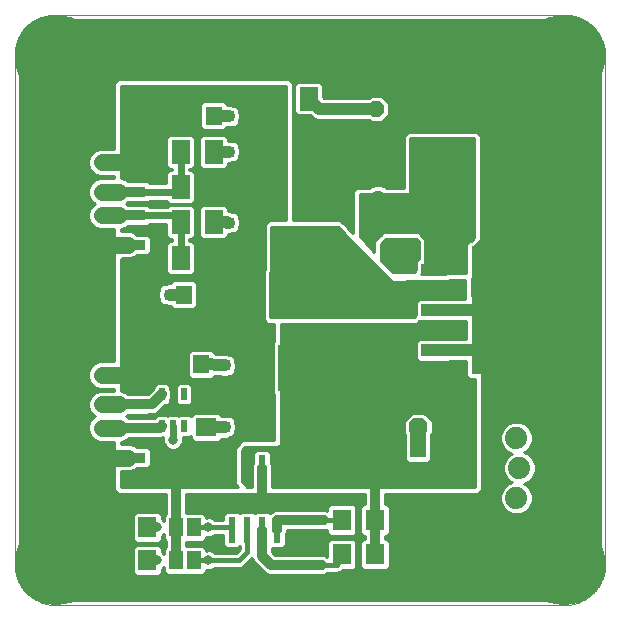
<source format=gtl>
G75*
%MOIN*%
%OFA0B0*%
%FSLAX25Y25*%
%IPPOS*%
%LPD*%
%AMOC8*
5,1,8,0,0,1.08239X$1,22.5*
%
%ADD10C,0.00000*%
%ADD11C,0.00004*%
%ADD12R,0.07087X0.06299*%
%ADD13OC8,0.06300*%
%ADD14C,0.06300*%
%ADD15R,0.05512X0.11811*%
%ADD16R,0.08268X0.05000*%
%ADD17R,0.40984X0.42520*%
%ADD18R,0.08500X0.04200*%
%ADD19R,0.21260X0.15748*%
%ADD20R,0.02000X0.04000*%
%ADD21C,0.13100*%
%ADD22R,0.11811X0.03543*%
%ADD23C,0.17000*%
%ADD24C,0.05740*%
%ADD25R,0.06299X0.07874*%
%ADD26R,0.05512X0.06299*%
%ADD27OC8,0.05200*%
%ADD28R,0.06299X0.07087*%
%ADD29R,0.07087X0.12598*%
%ADD30R,0.02400X0.08700*%
%ADD31R,0.04600X0.06300*%
%ADD32R,0.07400X0.07400*%
%ADD33C,0.07400*%
%ADD34C,0.04000*%
%ADD35R,0.03562X0.03562*%
%ADD36C,0.05600*%
%ADD37C,0.03169*%
%ADD38C,0.02400*%
%ADD39C,0.27559*%
%ADD40C,0.01000*%
%ADD41C,0.03200*%
%ADD42C,0.01600*%
D10*
X0020490Y0014980D02*
X0020490Y0184271D01*
X0034270Y0198050D02*
X0203561Y0198050D01*
X0217341Y0184271D02*
X0217341Y0014980D01*
X0203561Y0001200D02*
X0034270Y0001200D01*
D11*
X0033937Y0001204D01*
X0033604Y0001216D01*
X0033272Y0001236D01*
X0032940Y0001264D01*
X0032609Y0001300D01*
X0032279Y0001345D01*
X0031950Y0001397D01*
X0031622Y0001457D01*
X0031296Y0001525D01*
X0030972Y0001600D01*
X0030650Y0001684D01*
X0030330Y0001775D01*
X0030012Y0001874D01*
X0029696Y0001981D01*
X0029384Y0002095D01*
X0029074Y0002217D01*
X0028767Y0002347D01*
X0028463Y0002483D01*
X0028163Y0002627D01*
X0027866Y0002778D01*
X0027573Y0002937D01*
X0027284Y0003102D01*
X0026999Y0003274D01*
X0026718Y0003453D01*
X0026442Y0003639D01*
X0026170Y0003832D01*
X0025903Y0004031D01*
X0025641Y0004236D01*
X0025384Y0004448D01*
X0025132Y0004666D01*
X0024886Y0004889D01*
X0024645Y0005119D01*
X0024409Y0005355D01*
X0024179Y0005596D01*
X0023956Y0005842D01*
X0023738Y0006094D01*
X0023526Y0006351D01*
X0023321Y0006613D01*
X0023122Y0006880D01*
X0022929Y0007152D01*
X0022743Y0007428D01*
X0022564Y0007709D01*
X0022392Y0007994D01*
X0022227Y0008283D01*
X0022068Y0008576D01*
X0021917Y0008873D01*
X0021773Y0009173D01*
X0021637Y0009477D01*
X0021507Y0009784D01*
X0021385Y0010094D01*
X0021271Y0010406D01*
X0021164Y0010722D01*
X0021065Y0011040D01*
X0020974Y0011360D01*
X0020890Y0011682D01*
X0020815Y0012006D01*
X0020747Y0012332D01*
X0020687Y0012660D01*
X0020635Y0012989D01*
X0020590Y0013319D01*
X0020554Y0013650D01*
X0020526Y0013982D01*
X0020506Y0014314D01*
X0020494Y0014647D01*
X0020490Y0014980D01*
X0203561Y0001200D02*
X0203894Y0001204D01*
X0204227Y0001216D01*
X0204559Y0001236D01*
X0204891Y0001264D01*
X0205222Y0001300D01*
X0205552Y0001345D01*
X0205881Y0001397D01*
X0206209Y0001457D01*
X0206535Y0001525D01*
X0206859Y0001600D01*
X0207181Y0001684D01*
X0207501Y0001775D01*
X0207819Y0001874D01*
X0208135Y0001981D01*
X0208447Y0002095D01*
X0208757Y0002217D01*
X0209064Y0002347D01*
X0209368Y0002483D01*
X0209668Y0002627D01*
X0209965Y0002778D01*
X0210258Y0002937D01*
X0210547Y0003102D01*
X0210832Y0003274D01*
X0211113Y0003453D01*
X0211389Y0003639D01*
X0211661Y0003832D01*
X0211928Y0004031D01*
X0212190Y0004236D01*
X0212447Y0004448D01*
X0212699Y0004666D01*
X0212945Y0004889D01*
X0213186Y0005119D01*
X0213422Y0005355D01*
X0213652Y0005596D01*
X0213875Y0005842D01*
X0214093Y0006094D01*
X0214305Y0006351D01*
X0214510Y0006613D01*
X0214709Y0006880D01*
X0214902Y0007152D01*
X0215088Y0007428D01*
X0215267Y0007709D01*
X0215439Y0007994D01*
X0215604Y0008283D01*
X0215763Y0008576D01*
X0215914Y0008873D01*
X0216058Y0009173D01*
X0216194Y0009477D01*
X0216324Y0009784D01*
X0216446Y0010094D01*
X0216560Y0010406D01*
X0216667Y0010722D01*
X0216766Y0011040D01*
X0216857Y0011360D01*
X0216941Y0011682D01*
X0217016Y0012006D01*
X0217084Y0012332D01*
X0217144Y0012660D01*
X0217196Y0012989D01*
X0217241Y0013319D01*
X0217277Y0013650D01*
X0217305Y0013982D01*
X0217325Y0014314D01*
X0217337Y0014647D01*
X0217341Y0014980D01*
X0217341Y0184271D02*
X0217337Y0184604D01*
X0217325Y0184937D01*
X0217305Y0185269D01*
X0217277Y0185601D01*
X0217241Y0185932D01*
X0217196Y0186262D01*
X0217144Y0186591D01*
X0217084Y0186919D01*
X0217016Y0187245D01*
X0216941Y0187569D01*
X0216857Y0187891D01*
X0216766Y0188211D01*
X0216667Y0188529D01*
X0216560Y0188845D01*
X0216446Y0189157D01*
X0216324Y0189467D01*
X0216194Y0189774D01*
X0216058Y0190078D01*
X0215914Y0190378D01*
X0215763Y0190675D01*
X0215604Y0190968D01*
X0215439Y0191257D01*
X0215267Y0191542D01*
X0215088Y0191823D01*
X0214902Y0192099D01*
X0214709Y0192371D01*
X0214510Y0192638D01*
X0214305Y0192900D01*
X0214093Y0193157D01*
X0213875Y0193409D01*
X0213652Y0193655D01*
X0213422Y0193896D01*
X0213186Y0194132D01*
X0212945Y0194362D01*
X0212699Y0194585D01*
X0212447Y0194803D01*
X0212190Y0195015D01*
X0211928Y0195220D01*
X0211661Y0195419D01*
X0211389Y0195612D01*
X0211113Y0195798D01*
X0210832Y0195977D01*
X0210547Y0196149D01*
X0210258Y0196314D01*
X0209965Y0196473D01*
X0209668Y0196624D01*
X0209368Y0196768D01*
X0209064Y0196904D01*
X0208757Y0197034D01*
X0208447Y0197156D01*
X0208135Y0197270D01*
X0207819Y0197377D01*
X0207501Y0197476D01*
X0207181Y0197567D01*
X0206859Y0197651D01*
X0206535Y0197726D01*
X0206209Y0197794D01*
X0205881Y0197854D01*
X0205552Y0197906D01*
X0205222Y0197951D01*
X0204891Y0197987D01*
X0204559Y0198015D01*
X0204227Y0198035D01*
X0203894Y0198047D01*
X0203561Y0198051D01*
X0034270Y0198051D02*
X0033937Y0198047D01*
X0033604Y0198035D01*
X0033272Y0198015D01*
X0032940Y0197987D01*
X0032609Y0197951D01*
X0032279Y0197906D01*
X0031950Y0197854D01*
X0031622Y0197794D01*
X0031296Y0197726D01*
X0030972Y0197651D01*
X0030650Y0197567D01*
X0030330Y0197476D01*
X0030012Y0197377D01*
X0029696Y0197270D01*
X0029384Y0197156D01*
X0029074Y0197034D01*
X0028767Y0196904D01*
X0028463Y0196768D01*
X0028163Y0196624D01*
X0027866Y0196473D01*
X0027573Y0196314D01*
X0027284Y0196149D01*
X0026999Y0195977D01*
X0026718Y0195798D01*
X0026442Y0195612D01*
X0026170Y0195419D01*
X0025903Y0195220D01*
X0025641Y0195015D01*
X0025384Y0194803D01*
X0025132Y0194585D01*
X0024886Y0194362D01*
X0024645Y0194132D01*
X0024409Y0193896D01*
X0024179Y0193655D01*
X0023956Y0193409D01*
X0023738Y0193157D01*
X0023526Y0192900D01*
X0023321Y0192638D01*
X0023122Y0192371D01*
X0022929Y0192099D01*
X0022743Y0191823D01*
X0022564Y0191542D01*
X0022392Y0191257D01*
X0022227Y0190968D01*
X0022068Y0190675D01*
X0021917Y0190378D01*
X0021773Y0190078D01*
X0021637Y0189774D01*
X0021507Y0189467D01*
X0021385Y0189157D01*
X0021271Y0188845D01*
X0021164Y0188529D01*
X0021065Y0188211D01*
X0020974Y0187891D01*
X0020890Y0187569D01*
X0020815Y0187245D01*
X0020747Y0186919D01*
X0020687Y0186591D01*
X0020635Y0186262D01*
X0020590Y0185932D01*
X0020554Y0185601D01*
X0020526Y0185269D01*
X0020506Y0184937D01*
X0020494Y0184604D01*
X0020490Y0184271D01*
D12*
X0084348Y0071485D03*
X0084348Y0060462D03*
X0116553Y0046476D03*
X0116553Y0035452D03*
D13*
X0154978Y0060560D03*
X0141484Y0146367D03*
D14*
X0141484Y0136367D03*
X0154978Y0070560D03*
D15*
X0154909Y0075009D03*
X0154909Y0056111D03*
X0141484Y0131919D03*
X0141484Y0150816D03*
D16*
X0149329Y0116387D03*
X0149329Y0100796D03*
D17*
X0193079Y0099625D03*
D18*
X0160279Y0099625D03*
X0160279Y0106325D03*
X0160279Y0113025D03*
X0160279Y0092925D03*
X0160279Y0086225D03*
D19*
X0118915Y0080334D03*
X0118915Y0118917D03*
D20*
X0076976Y0071476D03*
X0073236Y0071476D03*
X0069496Y0071476D03*
X0069476Y0060846D03*
X0073236Y0060846D03*
X0076976Y0060846D03*
D21*
X0041750Y0038342D03*
X0041750Y0090042D03*
X0041750Y0109208D03*
X0041750Y0160908D03*
D22*
X0058333Y0148838D03*
X0058333Y0138995D03*
X0058333Y0131121D03*
X0058333Y0121279D03*
X0058333Y0077972D03*
X0058333Y0068129D03*
X0058333Y0060255D03*
X0058333Y0050413D03*
D23*
X0164260Y0148562D03*
X0176071Y0167066D03*
X0187882Y0148562D03*
D24*
X0055289Y0148838D02*
X0049549Y0148838D01*
X0049549Y0138995D02*
X0055289Y0138995D01*
X0055289Y0131121D02*
X0049549Y0131121D01*
X0049549Y0121279D02*
X0055289Y0121279D01*
X0055289Y0077972D02*
X0049549Y0077972D01*
X0049549Y0068129D02*
X0055289Y0068129D01*
X0055289Y0060255D02*
X0049549Y0060255D01*
X0049549Y0050413D02*
X0055289Y0050413D01*
D25*
X0075805Y0117076D03*
X0086829Y0117076D03*
X0086829Y0128926D03*
X0075805Y0128926D03*
X0075805Y0140639D03*
X0086829Y0140639D03*
X0086829Y0152352D03*
X0075805Y0152352D03*
X0107498Y0170098D03*
X0118522Y0170098D03*
D26*
X0086819Y0164340D03*
X0075795Y0164340D03*
X0076789Y0104743D03*
X0087813Y0104743D03*
X0082695Y0081515D03*
X0071671Y0081515D03*
D27*
X0140963Y0166672D03*
X0140963Y0176672D03*
D28*
X0140569Y0029546D03*
X0129545Y0029546D03*
X0129545Y0018129D03*
X0140569Y0018129D03*
X0064585Y0016161D03*
X0064585Y0027184D03*
X0053561Y0027184D03*
X0053561Y0016161D03*
D29*
X0101593Y0062617D03*
X0123640Y0062617D03*
D30*
X0107911Y0046933D03*
X0102911Y0046933D03*
X0097911Y0046933D03*
X0092911Y0046933D03*
X0092911Y0026333D03*
X0097911Y0026333D03*
X0102911Y0026333D03*
X0107911Y0026333D03*
D31*
X0080183Y0027184D03*
X0074183Y0027184D03*
X0074183Y0016161D03*
X0080183Y0016161D03*
D32*
X0188707Y0066948D03*
D33*
X0187707Y0056948D03*
X0188707Y0046948D03*
X0187707Y0036948D03*
D34*
X0179679Y0086225D02*
X0160279Y0086225D01*
X0160279Y0099625D02*
X0193079Y0099625D01*
X0179679Y0086225D01*
X0091750Y0128759D02*
X0091356Y0128759D01*
X0091189Y0128926D01*
X0086829Y0128926D01*
X0075805Y0149822D02*
X0076002Y0150019D01*
X0086829Y0152352D02*
X0091720Y0152352D01*
X0091750Y0152381D01*
X0091750Y0164192D02*
X0091602Y0164340D01*
X0086819Y0164340D01*
X0058333Y0148838D02*
X0052419Y0148838D01*
X0072065Y0104743D02*
X0076789Y0104743D01*
X0082695Y0081515D02*
X0090569Y0081121D01*
X0090569Y0060649D02*
X0090382Y0060462D01*
X0084348Y0060462D01*
X0121947Y0166672D02*
X0118522Y0170098D01*
X0121947Y0166672D02*
X0140963Y0166672D01*
D35*
X0091750Y0164192D03*
X0091750Y0152381D03*
X0091750Y0128759D03*
X0072065Y0104743D03*
X0090569Y0081121D03*
X0090569Y0060649D03*
D36*
X0058333Y0050413D02*
X0052419Y0050413D01*
X0050018Y0050413D01*
X0044112Y0044507D01*
X0044112Y0040704D01*
X0041750Y0038342D01*
X0052419Y0077972D02*
X0058333Y0077972D01*
X0058333Y0121279D02*
X0052419Y0121279D01*
D37*
X0026789Y0119310D03*
X0026789Y0111436D03*
X0026789Y0103562D03*
X0026789Y0095688D03*
X0026789Y0087814D03*
X0026789Y0079940D03*
X0026789Y0072066D03*
X0026789Y0064192D03*
X0026789Y0056318D03*
X0026789Y0048444D03*
X0026789Y0040570D03*
X0026789Y0032696D03*
X0051986Y0007499D03*
X0059860Y0007499D03*
X0067734Y0007499D03*
X0075608Y0007499D03*
X0083482Y0007499D03*
X0091356Y0007499D03*
X0099230Y0007499D03*
X0107104Y0007499D03*
X0114978Y0007499D03*
X0122852Y0007499D03*
X0130726Y0007499D03*
X0138600Y0007499D03*
X0146474Y0007499D03*
X0154348Y0007499D03*
X0162222Y0007499D03*
X0170096Y0007499D03*
X0177970Y0007499D03*
X0185844Y0007499D03*
X0211041Y0032696D03*
X0211041Y0040570D03*
X0211041Y0048444D03*
X0211041Y0056318D03*
X0211041Y0064192D03*
X0211041Y0072066D03*
X0207104Y0076525D03*
X0203167Y0076525D03*
X0199230Y0076525D03*
X0195293Y0076525D03*
X0191356Y0076525D03*
X0187419Y0076525D03*
X0183482Y0076525D03*
X0179545Y0076525D03*
X0175608Y0082430D03*
X0179545Y0088336D03*
X0175608Y0094241D03*
X0179545Y0100147D03*
X0175608Y0106052D03*
X0179545Y0111958D03*
X0175608Y0117863D03*
X0179545Y0122981D03*
X0183482Y0122981D03*
X0187419Y0122981D03*
X0191356Y0122981D03*
X0195293Y0122981D03*
X0199230Y0122981D03*
X0203167Y0122981D03*
X0207104Y0122981D03*
X0207104Y0117863D03*
X0203167Y0111958D03*
X0199230Y0117863D03*
X0195293Y0111958D03*
X0191356Y0117863D03*
X0187419Y0111958D03*
X0183482Y0117863D03*
X0183482Y0106052D03*
X0187419Y0100147D03*
X0183482Y0094241D03*
X0187419Y0088336D03*
X0183482Y0082430D03*
X0191356Y0082430D03*
X0195293Y0088336D03*
X0191356Y0094241D03*
X0195293Y0100147D03*
X0191356Y0106052D03*
X0199230Y0106052D03*
X0203167Y0100147D03*
X0199230Y0094241D03*
X0203167Y0088336D03*
X0199230Y0082430D03*
X0207104Y0082430D03*
X0211041Y0088336D03*
X0207104Y0094241D03*
X0211041Y0100147D03*
X0207104Y0106052D03*
X0211041Y0111958D03*
X0211041Y0126919D03*
X0209860Y0131121D03*
X0209860Y0138995D03*
X0209860Y0146869D03*
X0209860Y0154743D03*
X0209860Y0162617D03*
X0185844Y0191751D03*
X0177970Y0191751D03*
X0170096Y0191751D03*
X0162222Y0191751D03*
X0154348Y0191751D03*
X0146474Y0191751D03*
X0138600Y0191751D03*
X0130726Y0191751D03*
X0122852Y0191751D03*
X0114978Y0191751D03*
X0107104Y0191751D03*
X0099230Y0191751D03*
X0091356Y0191751D03*
X0083482Y0191751D03*
X0075608Y0191751D03*
X0067734Y0191751D03*
X0059860Y0191751D03*
X0051986Y0191751D03*
X0026789Y0166554D03*
X0026789Y0158680D03*
X0026789Y0150806D03*
X0026789Y0142932D03*
X0026789Y0135058D03*
X0026789Y0127184D03*
X0073246Y0056318D03*
X0079545Y0035452D03*
X0086238Y0035452D03*
X0092931Y0035452D03*
X0099624Y0035452D03*
X0106317Y0035452D03*
X0123640Y0029546D03*
X0122852Y0014586D03*
X0088207Y0021672D03*
X0085057Y0016161D03*
X0085057Y0027184D03*
X0067734Y0027184D03*
X0067734Y0016161D03*
X0145687Y0120885D03*
X0149230Y0120885D03*
X0152774Y0120885D03*
D38*
X0076002Y0150019D02*
X0076002Y0152155D01*
X0075805Y0152352D01*
X0075805Y0149822D02*
X0075805Y0140639D01*
X0074161Y0138995D01*
X0058333Y0138995D01*
X0058333Y0131121D02*
X0073610Y0131121D01*
X0075805Y0128926D01*
X0075805Y0117076D01*
X0073236Y0060846D02*
X0073236Y0057115D01*
X0073246Y0056318D01*
D39*
X0034270Y0014980D03*
X0203561Y0014980D03*
X0203561Y0184271D03*
X0034270Y0184271D03*
D40*
X0022295Y0013403D02*
X0023111Y0010358D01*
X0024688Y0007627D01*
X0026917Y0005398D01*
X0029648Y0003821D01*
X0032693Y0003005D01*
X0034270Y0002902D01*
X0034975Y0002902D01*
X0034977Y0002900D01*
X0202854Y0002900D01*
X0202856Y0002902D01*
X0203561Y0002902D01*
X0205137Y0003005D01*
X0208183Y0003821D01*
X0210913Y0005398D01*
X0213143Y0007627D01*
X0214719Y0010358D01*
X0215535Y0013403D01*
X0215639Y0014980D01*
X0215639Y0015684D01*
X0215641Y0015686D01*
X0215641Y0183564D01*
X0215639Y0183566D01*
X0215639Y0184271D01*
X0215535Y0185847D01*
X0214719Y0188893D01*
X0213143Y0191623D01*
X0210913Y0193853D01*
X0208183Y0195429D01*
X0205137Y0196245D01*
X0203561Y0196348D01*
X0202856Y0196348D01*
X0202854Y0196350D01*
X0034977Y0196350D01*
X0034975Y0196348D01*
X0034270Y0196348D01*
X0032693Y0196245D01*
X0029648Y0195429D01*
X0026917Y0193853D01*
X0024688Y0191623D01*
X0023111Y0188893D01*
X0023111Y0188893D01*
X0022295Y0185847D01*
X0022192Y0184271D01*
X0022192Y0183566D01*
X0022190Y0183564D01*
X0022190Y0015686D01*
X0022192Y0015684D01*
X0022192Y0014980D01*
X0022295Y0013403D01*
X0022355Y0013182D02*
X0059735Y0013182D01*
X0059735Y0012184D02*
X0022622Y0012184D01*
X0022890Y0011185D02*
X0060463Y0011185D01*
X0060731Y0010917D02*
X0068438Y0010917D01*
X0069434Y0011913D01*
X0069434Y0013310D01*
X0069595Y0013376D01*
X0070183Y0013965D01*
X0070183Y0012306D01*
X0071179Y0011311D01*
X0083187Y0011311D01*
X0084183Y0012306D01*
X0084183Y0012968D01*
X0084404Y0012876D01*
X0085710Y0012876D01*
X0086917Y0013376D01*
X0087202Y0013661D01*
X0095791Y0013661D01*
X0096709Y0014041D01*
X0099465Y0016797D01*
X0099611Y0016943D01*
X0099611Y0016941D01*
X0100114Y0015728D01*
X0103126Y0012717D01*
X0104054Y0011788D01*
X0105267Y0011286D01*
X0123509Y0011286D01*
X0124722Y0011788D01*
X0125019Y0012086D01*
X0127685Y0012086D01*
X0128092Y0012057D01*
X0128179Y0012086D01*
X0128271Y0012086D01*
X0128648Y0012242D01*
X0129036Y0012371D01*
X0129105Y0012431D01*
X0129190Y0012466D01*
X0129479Y0012755D01*
X0129629Y0012886D01*
X0133399Y0012886D01*
X0134395Y0013882D01*
X0134395Y0022377D01*
X0133399Y0023372D01*
X0125691Y0023372D01*
X0124696Y0022377D01*
X0124696Y0017394D01*
X0123509Y0017886D01*
X0107290Y0017886D01*
X0106211Y0018965D01*
X0106211Y0020283D01*
X0109816Y0020283D01*
X0110811Y0021279D01*
X0110811Y0024711D01*
X0111211Y0025677D01*
X0111211Y0026246D01*
X0124296Y0026246D01*
X0124696Y0026412D01*
X0124696Y0025299D01*
X0125691Y0024303D01*
X0133399Y0024303D01*
X0134395Y0025299D01*
X0134395Y0033794D01*
X0133399Y0034790D01*
X0125691Y0034790D01*
X0124696Y0033794D01*
X0124696Y0032681D01*
X0124296Y0032846D01*
X0111292Y0032846D01*
X0111280Y0032851D01*
X0110636Y0032846D01*
X0109991Y0032846D01*
X0109980Y0032842D01*
X0107900Y0032827D01*
X0107255Y0032827D01*
X0107244Y0032822D01*
X0107231Y0032822D01*
X0106637Y0032571D01*
X0106184Y0032383D01*
X0106007Y0032383D01*
X0105411Y0031787D01*
X0104816Y0032383D01*
X0101007Y0032383D01*
X0100411Y0031787D01*
X0099816Y0032383D01*
X0096007Y0032383D01*
X0095411Y0031787D01*
X0094816Y0032383D01*
X0091007Y0032383D01*
X0090011Y0031387D01*
X0090011Y0029684D01*
X0087202Y0029684D01*
X0086917Y0029968D01*
X0085710Y0030468D01*
X0084404Y0030468D01*
X0084183Y0030377D01*
X0084183Y0031038D01*
X0083187Y0032034D01*
X0077483Y0032034D01*
X0077483Y0038370D01*
X0137269Y0038370D01*
X0137269Y0034790D01*
X0136715Y0034790D01*
X0135719Y0033794D01*
X0135719Y0025299D01*
X0136715Y0024303D01*
X0137269Y0024303D01*
X0137269Y0023372D01*
X0136715Y0023372D01*
X0135719Y0022377D01*
X0135719Y0013882D01*
X0136715Y0012886D01*
X0144423Y0012886D01*
X0145418Y0013882D01*
X0145418Y0022377D01*
X0144423Y0023372D01*
X0143869Y0023372D01*
X0143869Y0024303D01*
X0144423Y0024303D01*
X0145418Y0025299D01*
X0145418Y0033794D01*
X0144423Y0034790D01*
X0143869Y0034790D01*
X0143869Y0038370D01*
X0174945Y0038370D01*
X0176233Y0039659D01*
X0176233Y0102899D01*
X0174945Y0104187D01*
X0172779Y0104187D01*
X0172779Y0108741D01*
X0172798Y0108761D01*
X0172779Y0109649D01*
X0172779Y0110348D01*
X0173478Y0111047D01*
X0173478Y0120495D01*
X0175840Y0122858D01*
X0175840Y0157751D01*
X0174551Y0159040D01*
X0151469Y0159040D01*
X0150180Y0157751D01*
X0150180Y0140408D01*
X0144303Y0140408D01*
X0144232Y0140479D01*
X0142449Y0141217D01*
X0140520Y0141217D01*
X0138737Y0140479D01*
X0138666Y0140408D01*
X0134540Y0140408D01*
X0133251Y0139119D01*
X0133251Y0125281D01*
X0131245Y0127286D01*
X0131245Y0127495D01*
X0130249Y0128491D01*
X0130041Y0128491D01*
X0128990Y0129542D01*
X0113241Y0129542D01*
X0113241Y0175340D01*
X0111953Y0176628D01*
X0055012Y0176628D01*
X0053723Y0175340D01*
X0053723Y0153408D01*
X0048640Y0153408D01*
X0046960Y0152712D01*
X0045675Y0151427D01*
X0044979Y0149747D01*
X0044979Y0147929D01*
X0045675Y0146249D01*
X0046960Y0144963D01*
X0048640Y0144268D01*
X0053723Y0144268D01*
X0053723Y0143565D01*
X0048640Y0143565D01*
X0046960Y0142870D01*
X0045675Y0141584D01*
X0044979Y0139904D01*
X0044979Y0138086D01*
X0045675Y0136407D01*
X0046960Y0135121D01*
X0047112Y0135058D01*
X0046960Y0134996D01*
X0045675Y0133710D01*
X0044979Y0132030D01*
X0044979Y0130212D01*
X0045675Y0128533D01*
X0046960Y0127247D01*
X0048640Y0126551D01*
X0053723Y0126551D01*
X0053723Y0082542D01*
X0048640Y0082542D01*
X0046960Y0081846D01*
X0045675Y0080560D01*
X0044979Y0078881D01*
X0044979Y0077063D01*
X0045675Y0075383D01*
X0046960Y0074097D01*
X0048640Y0073402D01*
X0053723Y0073402D01*
X0053723Y0072699D01*
X0048640Y0072699D01*
X0046960Y0072003D01*
X0045675Y0070718D01*
X0044979Y0069038D01*
X0044979Y0067220D01*
X0045675Y0065540D01*
X0046960Y0064255D01*
X0047112Y0064192D01*
X0046960Y0064129D01*
X0045675Y0062844D01*
X0044979Y0061164D01*
X0044979Y0059346D01*
X0045675Y0057666D01*
X0046960Y0056381D01*
X0048640Y0055685D01*
X0053723Y0055685D01*
X0053723Y0039659D01*
X0055012Y0038370D01*
X0070883Y0038370D01*
X0070883Y0031738D01*
X0070183Y0031038D01*
X0070183Y0029380D01*
X0069595Y0029968D01*
X0069434Y0030035D01*
X0069434Y0031432D01*
X0068438Y0032428D01*
X0060731Y0032428D01*
X0059735Y0031432D01*
X0059735Y0022937D01*
X0060731Y0021941D01*
X0068438Y0021941D01*
X0069434Y0022937D01*
X0069434Y0024334D01*
X0069595Y0024400D01*
X0070183Y0024988D01*
X0070183Y0023330D01*
X0070883Y0022630D01*
X0070883Y0020715D01*
X0070183Y0020015D01*
X0070183Y0018356D01*
X0069595Y0018945D01*
X0069434Y0019011D01*
X0069434Y0020408D01*
X0068438Y0021404D01*
X0060731Y0021404D01*
X0059735Y0020408D01*
X0059735Y0011913D01*
X0060731Y0010917D01*
X0059735Y0014181D02*
X0022244Y0014181D01*
X0022192Y0015179D02*
X0059735Y0015179D01*
X0059735Y0016178D02*
X0022190Y0016178D01*
X0022190Y0017176D02*
X0059735Y0017176D01*
X0059735Y0018175D02*
X0022190Y0018175D01*
X0022190Y0019173D02*
X0059735Y0019173D01*
X0059735Y0020172D02*
X0022190Y0020172D01*
X0022190Y0021170D02*
X0060497Y0021170D01*
X0060503Y0022169D02*
X0022190Y0022169D01*
X0022190Y0023167D02*
X0059735Y0023167D01*
X0059735Y0024166D02*
X0022190Y0024166D01*
X0022190Y0025164D02*
X0059735Y0025164D01*
X0059735Y0026163D02*
X0022190Y0026163D01*
X0022190Y0027161D02*
X0059735Y0027161D01*
X0059735Y0028160D02*
X0022190Y0028160D01*
X0022190Y0029158D02*
X0059735Y0029158D01*
X0059735Y0030157D02*
X0022190Y0030157D01*
X0022190Y0031155D02*
X0059735Y0031155D01*
X0060457Y0032154D02*
X0022190Y0032154D01*
X0022190Y0033152D02*
X0070883Y0033152D01*
X0070883Y0032154D02*
X0068712Y0032154D01*
X0069434Y0031155D02*
X0070300Y0031155D01*
X0070183Y0030157D02*
X0069434Y0030157D01*
X0070883Y0034151D02*
X0022190Y0034151D01*
X0022190Y0035149D02*
X0070883Y0035149D01*
X0070883Y0036148D02*
X0022190Y0036148D01*
X0022190Y0037146D02*
X0070883Y0037146D01*
X0070883Y0038145D02*
X0022190Y0038145D01*
X0022190Y0039143D02*
X0054239Y0039143D01*
X0053723Y0040142D02*
X0022190Y0040142D01*
X0022190Y0041140D02*
X0053723Y0041140D01*
X0053723Y0042139D02*
X0022190Y0042139D01*
X0022190Y0043137D02*
X0053723Y0043137D01*
X0053723Y0044136D02*
X0022190Y0044136D01*
X0022190Y0045134D02*
X0053723Y0045134D01*
X0053723Y0046133D02*
X0022190Y0046133D01*
X0022190Y0047132D02*
X0053723Y0047132D01*
X0053723Y0048130D02*
X0022190Y0048130D01*
X0022190Y0049129D02*
X0053723Y0049129D01*
X0053723Y0050127D02*
X0022190Y0050127D01*
X0022190Y0051126D02*
X0053723Y0051126D01*
X0053723Y0052124D02*
X0022190Y0052124D01*
X0022190Y0053123D02*
X0053723Y0053123D01*
X0053723Y0054121D02*
X0022190Y0054121D01*
X0022190Y0055120D02*
X0053723Y0055120D01*
X0055923Y0055120D02*
X0070188Y0055120D01*
X0069962Y0055665D02*
X0070462Y0054458D01*
X0071386Y0053534D01*
X0072593Y0053034D01*
X0073899Y0053034D01*
X0075106Y0053534D01*
X0076030Y0054458D01*
X0076530Y0055665D01*
X0076530Y0056971D01*
X0076458Y0057146D01*
X0078681Y0057146D01*
X0079105Y0057570D01*
X0079105Y0056608D01*
X0080101Y0055612D01*
X0088596Y0055612D01*
X0089592Y0056608D01*
X0089592Y0056762D01*
X0091118Y0056762D01*
X0092098Y0057168D01*
X0093054Y0057168D01*
X0094050Y0058164D01*
X0094050Y0059384D01*
X0094269Y0059913D01*
X0094269Y0061385D01*
X0094050Y0061913D01*
X0094050Y0063134D01*
X0093054Y0064130D01*
X0091833Y0064130D01*
X0091305Y0064349D01*
X0089833Y0064349D01*
X0089592Y0064249D01*
X0089592Y0064316D01*
X0088596Y0065311D01*
X0080101Y0065311D01*
X0079105Y0064316D01*
X0079105Y0064121D01*
X0078681Y0064546D01*
X0075272Y0064546D01*
X0075106Y0064380D01*
X0074940Y0064546D01*
X0071532Y0064546D01*
X0071356Y0064370D01*
X0071181Y0064546D01*
X0067772Y0064546D01*
X0066782Y0063555D01*
X0065114Y0063555D01*
X0064942Y0063727D01*
X0058281Y0063727D01*
X0057878Y0064129D01*
X0057727Y0064192D01*
X0057878Y0064255D01*
X0058281Y0064657D01*
X0064942Y0064657D01*
X0065114Y0064829D01*
X0066806Y0064829D01*
X0068019Y0065332D01*
X0070463Y0067776D01*
X0071200Y0067776D01*
X0072196Y0068771D01*
X0072196Y0069509D01*
X0072294Y0069606D01*
X0072796Y0070819D01*
X0072796Y0072132D01*
X0072294Y0073345D01*
X0072196Y0073442D01*
X0072196Y0074180D01*
X0071200Y0075176D01*
X0067792Y0075176D01*
X0066796Y0074180D01*
X0066796Y0073442D01*
X0064948Y0071595D01*
X0064942Y0071601D01*
X0058281Y0071601D01*
X0057878Y0072003D01*
X0056198Y0072699D01*
X0055923Y0072699D01*
X0055923Y0116709D01*
X0056198Y0116709D01*
X0056368Y0116779D01*
X0059228Y0116779D01*
X0060882Y0117464D01*
X0061225Y0117807D01*
X0064942Y0117807D01*
X0065938Y0118803D01*
X0065938Y0123755D01*
X0064942Y0124750D01*
X0061225Y0124750D01*
X0060882Y0125094D01*
X0059228Y0125779D01*
X0056368Y0125779D01*
X0056198Y0125849D01*
X0055923Y0125849D01*
X0055923Y0126551D01*
X0056198Y0126551D01*
X0057878Y0127247D01*
X0058281Y0127650D01*
X0064942Y0127650D01*
X0065514Y0128221D01*
X0070956Y0128221D01*
X0070956Y0124285D01*
X0071951Y0123289D01*
X0072905Y0123289D01*
X0072905Y0122713D01*
X0071951Y0122713D01*
X0070956Y0121717D01*
X0070956Y0112435D01*
X0071951Y0111439D01*
X0079659Y0111439D01*
X0080655Y0112435D01*
X0080655Y0121717D01*
X0079659Y0122713D01*
X0078705Y0122713D01*
X0078705Y0123289D01*
X0079659Y0123289D01*
X0080655Y0124285D01*
X0080655Y0133568D01*
X0079659Y0134563D01*
X0071951Y0134563D01*
X0071409Y0134021D01*
X0065514Y0134021D01*
X0064942Y0134593D01*
X0058281Y0134593D01*
X0057878Y0134996D01*
X0057727Y0135058D01*
X0057878Y0135121D01*
X0058281Y0135524D01*
X0064942Y0135524D01*
X0065514Y0136095D01*
X0070956Y0136095D01*
X0070956Y0135998D01*
X0071951Y0135002D01*
X0079659Y0135002D01*
X0080655Y0135998D01*
X0080655Y0145280D01*
X0079659Y0146276D01*
X0078705Y0146276D01*
X0078705Y0146715D01*
X0079659Y0146715D01*
X0080655Y0147710D01*
X0080655Y0156993D01*
X0079659Y0157989D01*
X0071951Y0157989D01*
X0070956Y0156993D01*
X0070956Y0147710D01*
X0071951Y0146715D01*
X0072905Y0146715D01*
X0072905Y0146276D01*
X0071951Y0146276D01*
X0070956Y0145280D01*
X0070956Y0141895D01*
X0065514Y0141895D01*
X0064942Y0142467D01*
X0058281Y0142467D01*
X0057878Y0142870D01*
X0056198Y0143565D01*
X0055923Y0143565D01*
X0055923Y0174428D01*
X0111041Y0174428D01*
X0111041Y0129542D01*
X0106056Y0129542D01*
X0105159Y0129553D01*
X0105147Y0129542D01*
X0105130Y0129542D01*
X0104496Y0128907D01*
X0103853Y0128282D01*
X0103853Y0128265D01*
X0103841Y0128253D01*
X0103841Y0127356D01*
X0103460Y0098186D01*
X0103448Y0098174D01*
X0103448Y0097277D01*
X0103436Y0096381D01*
X0103448Y0096369D01*
X0103448Y0096352D01*
X0104082Y0095717D01*
X0104708Y0095075D01*
X0104724Y0095075D01*
X0104736Y0095063D01*
X0105633Y0095063D01*
X0106530Y0095051D01*
X0106542Y0095063D01*
X0106873Y0095063D01*
X0106873Y0089199D01*
X0106585Y0088912D01*
X0106585Y0071756D01*
X0106873Y0071468D01*
X0106873Y0056156D01*
X0096351Y0056156D01*
X0095169Y0054975D01*
X0093881Y0053686D01*
X0093881Y0041627D01*
X0094938Y0040570D01*
X0055923Y0040570D01*
X0055923Y0045843D01*
X0056198Y0045843D01*
X0056368Y0045913D01*
X0059228Y0045913D01*
X0060882Y0046598D01*
X0061225Y0046941D01*
X0064942Y0046941D01*
X0065938Y0047937D01*
X0065938Y0052888D01*
X0064942Y0053884D01*
X0061225Y0053884D01*
X0060882Y0054228D01*
X0059228Y0054913D01*
X0056368Y0054913D01*
X0056198Y0054983D01*
X0055923Y0054983D01*
X0055923Y0055685D01*
X0056198Y0055685D01*
X0057878Y0056381D01*
X0058281Y0056783D01*
X0064942Y0056783D01*
X0065114Y0056955D01*
X0069542Y0056955D01*
X0070002Y0057146D01*
X0070034Y0057146D01*
X0069962Y0056971D01*
X0069962Y0055665D01*
X0069962Y0056118D02*
X0057244Y0056118D01*
X0060988Y0054121D02*
X0070798Y0054121D01*
X0072379Y0053123D02*
X0065704Y0053123D01*
X0065938Y0052124D02*
X0093881Y0052124D01*
X0093881Y0051126D02*
X0065938Y0051126D01*
X0065938Y0050127D02*
X0093881Y0050127D01*
X0093881Y0049129D02*
X0065938Y0049129D01*
X0065938Y0048130D02*
X0093881Y0048130D01*
X0093881Y0047132D02*
X0065133Y0047132D01*
X0059760Y0046133D02*
X0093881Y0046133D01*
X0093881Y0045134D02*
X0055923Y0045134D01*
X0055923Y0044136D02*
X0093881Y0044136D01*
X0093881Y0043137D02*
X0055923Y0043137D01*
X0055923Y0042139D02*
X0093881Y0042139D01*
X0094368Y0041140D02*
X0055923Y0041140D01*
X0047595Y0056118D02*
X0022190Y0056118D01*
X0022190Y0057117D02*
X0046225Y0057117D01*
X0045489Y0058115D02*
X0022190Y0058115D01*
X0022190Y0059114D02*
X0045075Y0059114D01*
X0044979Y0060112D02*
X0022190Y0060112D01*
X0022190Y0061111D02*
X0044979Y0061111D01*
X0045371Y0062109D02*
X0022190Y0062109D01*
X0022190Y0063108D02*
X0045939Y0063108D01*
X0046937Y0064106D02*
X0022190Y0064106D01*
X0022190Y0065105D02*
X0046111Y0065105D01*
X0045442Y0066103D02*
X0022190Y0066103D01*
X0022190Y0067102D02*
X0045028Y0067102D01*
X0044979Y0068100D02*
X0022190Y0068100D01*
X0022190Y0069099D02*
X0045004Y0069099D01*
X0045418Y0070097D02*
X0022190Y0070097D01*
X0022190Y0071096D02*
X0046053Y0071096D01*
X0047180Y0072094D02*
X0022190Y0072094D01*
X0022190Y0073093D02*
X0053723Y0073093D01*
X0055923Y0073093D02*
X0066446Y0073093D01*
X0066796Y0074091D02*
X0055923Y0074091D01*
X0055923Y0075090D02*
X0067706Y0075090D01*
X0071286Y0075090D02*
X0075186Y0075090D01*
X0075272Y0075176D02*
X0074276Y0074180D01*
X0074276Y0068771D01*
X0075272Y0067776D01*
X0078681Y0067776D01*
X0079676Y0068771D01*
X0079676Y0074180D01*
X0078681Y0075176D01*
X0075272Y0075176D01*
X0074276Y0074091D02*
X0072196Y0074091D01*
X0072398Y0073093D02*
X0074276Y0073093D01*
X0074276Y0072094D02*
X0072796Y0072094D01*
X0072796Y0071096D02*
X0074276Y0071096D01*
X0074276Y0070097D02*
X0072497Y0070097D01*
X0072196Y0069099D02*
X0074276Y0069099D01*
X0074948Y0068100D02*
X0071525Y0068100D01*
X0069789Y0067102D02*
X0106873Y0067102D01*
X0106873Y0068100D02*
X0079005Y0068100D01*
X0079676Y0069099D02*
X0106873Y0069099D01*
X0106873Y0070097D02*
X0079676Y0070097D01*
X0079676Y0071096D02*
X0106873Y0071096D01*
X0106585Y0072094D02*
X0079676Y0072094D01*
X0079676Y0073093D02*
X0106585Y0073093D01*
X0106585Y0074091D02*
X0079676Y0074091D01*
X0078766Y0075090D02*
X0106585Y0075090D01*
X0106585Y0076088D02*
X0055923Y0076088D01*
X0055923Y0077087D02*
X0078813Y0077087D01*
X0079235Y0076665D02*
X0078239Y0077661D01*
X0078239Y0085369D01*
X0079235Y0086365D01*
X0086155Y0086365D01*
X0087151Y0085369D01*
X0087151Y0084997D01*
X0091489Y0084780D01*
X0091863Y0084602D01*
X0093054Y0084602D01*
X0094050Y0083607D01*
X0094050Y0082375D01*
X0094301Y0081672D01*
X0094228Y0080201D01*
X0094050Y0079827D01*
X0094050Y0078636D01*
X0093054Y0077640D01*
X0091823Y0077640D01*
X0091119Y0077389D01*
X0087081Y0077591D01*
X0086155Y0076665D01*
X0079235Y0076665D01*
X0078239Y0078085D02*
X0055923Y0078085D01*
X0055923Y0079084D02*
X0078239Y0079084D01*
X0078239Y0080082D02*
X0055923Y0080082D01*
X0055923Y0081081D02*
X0078239Y0081081D01*
X0078239Y0082079D02*
X0055923Y0082079D01*
X0055923Y0083078D02*
X0078239Y0083078D01*
X0078239Y0084076D02*
X0055923Y0084076D01*
X0055923Y0085075D02*
X0078239Y0085075D01*
X0078944Y0086073D02*
X0055923Y0086073D01*
X0055923Y0087072D02*
X0106585Y0087072D01*
X0106585Y0088070D02*
X0055923Y0088070D01*
X0055923Y0089069D02*
X0106742Y0089069D01*
X0106873Y0090068D02*
X0055923Y0090068D01*
X0055923Y0091066D02*
X0106873Y0091066D01*
X0106873Y0092065D02*
X0055923Y0092065D01*
X0055923Y0093063D02*
X0106873Y0093063D01*
X0106873Y0094062D02*
X0055923Y0094062D01*
X0055923Y0095060D02*
X0105857Y0095060D01*
X0106539Y0095060D02*
X0106873Y0095060D01*
X0109073Y0095060D02*
X0170887Y0095060D01*
X0170887Y0095925D02*
X0170887Y0089925D01*
X0165333Y0089925D01*
X0165233Y0090025D01*
X0155325Y0090025D01*
X0154329Y0089029D01*
X0154329Y0083421D01*
X0155325Y0082425D01*
X0165233Y0082425D01*
X0165333Y0082525D01*
X0170887Y0082525D01*
X0170887Y0077661D01*
X0171882Y0076665D01*
X0174033Y0076665D01*
X0174033Y0040570D01*
X0106211Y0040570D01*
X0106211Y0047589D01*
X0105811Y0048555D01*
X0105811Y0051987D01*
X0104816Y0052983D01*
X0101007Y0052983D01*
X0100011Y0051987D01*
X0100011Y0048555D01*
X0099611Y0047589D01*
X0099611Y0040570D01*
X0098049Y0040570D01*
X0096081Y0042539D01*
X0096081Y0052775D01*
X0097262Y0053956D01*
X0107892Y0053956D01*
X0109073Y0054743D01*
X0109073Y0095063D01*
X0154472Y0095063D01*
X0155280Y0095870D01*
X0155325Y0095825D01*
X0165233Y0095825D01*
X0165333Y0095925D01*
X0170887Y0095925D01*
X0170887Y0094062D02*
X0109073Y0094062D01*
X0109073Y0093063D02*
X0170887Y0093063D01*
X0170887Y0092065D02*
X0109073Y0092065D01*
X0109073Y0091066D02*
X0170887Y0091066D01*
X0170887Y0090068D02*
X0109073Y0090068D01*
X0109073Y0089069D02*
X0154368Y0089069D01*
X0154329Y0088070D02*
X0109073Y0088070D01*
X0109073Y0087072D02*
X0154329Y0087072D01*
X0154329Y0086073D02*
X0109073Y0086073D01*
X0109073Y0085075D02*
X0154329Y0085075D01*
X0154329Y0084076D02*
X0109073Y0084076D01*
X0109073Y0083078D02*
X0154672Y0083078D01*
X0153561Y0097263D02*
X0154329Y0098031D01*
X0154329Y0102429D01*
X0155325Y0103425D01*
X0165233Y0103425D01*
X0165283Y0103375D01*
X0170579Y0103375D01*
X0170579Y0109625D01*
X0165524Y0109517D01*
X0165233Y0109225D01*
X0155325Y0109225D01*
X0155254Y0109296D01*
X0146317Y0109104D01*
X0128079Y0127342D01*
X0106041Y0127342D01*
X0105648Y0097263D01*
X0153561Y0097263D01*
X0154329Y0098056D02*
X0105658Y0098056D01*
X0105671Y0099054D02*
X0154329Y0099054D01*
X0154329Y0100053D02*
X0105684Y0100053D01*
X0105697Y0101051D02*
X0154329Y0101051D01*
X0154329Y0102050D02*
X0105710Y0102050D01*
X0105723Y0103048D02*
X0154948Y0103048D01*
X0155960Y0111511D02*
X0157336Y0112887D01*
X0157336Y0114710D01*
X0157336Y0123371D01*
X0156047Y0124660D01*
X0155260Y0125447D01*
X0143201Y0125447D01*
X0142414Y0124660D01*
X0140337Y0122584D01*
X0140337Y0119053D01*
X0135451Y0124428D01*
X0135451Y0138208D01*
X0152380Y0138208D01*
X0152380Y0156840D01*
X0173640Y0156840D01*
X0173640Y0123769D01*
X0172456Y0122585D01*
X0171882Y0122585D01*
X0170887Y0121589D01*
X0170887Y0111832D01*
X0170555Y0111825D01*
X0169667Y0111825D01*
X0169648Y0111806D01*
X0155960Y0111511D01*
X0156483Y0112035D02*
X0170887Y0112035D01*
X0170887Y0113033D02*
X0157336Y0113033D01*
X0157336Y0114032D02*
X0170887Y0114032D01*
X0170887Y0115030D02*
X0157336Y0115030D01*
X0157336Y0116029D02*
X0170887Y0116029D01*
X0170887Y0117027D02*
X0157336Y0117027D01*
X0157336Y0118026D02*
X0170887Y0118026D01*
X0170887Y0119024D02*
X0157336Y0119024D01*
X0157336Y0120023D02*
X0170887Y0120023D01*
X0170887Y0121021D02*
X0157336Y0121021D01*
X0157336Y0122020D02*
X0171317Y0122020D01*
X0172889Y0123018D02*
X0157336Y0123018D01*
X0156690Y0124017D02*
X0173640Y0124017D01*
X0173640Y0125015D02*
X0155692Y0125015D01*
X0154348Y0123247D02*
X0144112Y0123247D01*
X0142537Y0121672D01*
X0142537Y0116161D01*
X0146474Y0112224D01*
X0153561Y0112224D01*
X0154329Y0112991D01*
X0154329Y0115829D01*
X0155136Y0116636D01*
X0155136Y0122460D01*
X0154348Y0123247D01*
X0154577Y0123018D02*
X0143883Y0123018D01*
X0142885Y0122020D02*
X0155136Y0122020D01*
X0155136Y0121021D02*
X0142537Y0121021D01*
X0142537Y0120023D02*
X0155136Y0120023D01*
X0155136Y0119024D02*
X0142537Y0119024D01*
X0142537Y0118026D02*
X0155136Y0118026D01*
X0155136Y0117027D02*
X0142537Y0117027D01*
X0142669Y0116029D02*
X0154528Y0116029D01*
X0154329Y0115030D02*
X0143668Y0115030D01*
X0144666Y0114032D02*
X0154329Y0114032D01*
X0154329Y0113033D02*
X0145665Y0113033D01*
X0144384Y0111036D02*
X0105828Y0111036D01*
X0105815Y0110038D02*
X0145383Y0110038D01*
X0143386Y0112035D02*
X0105841Y0112035D01*
X0105854Y0113033D02*
X0142387Y0113033D01*
X0141389Y0114032D02*
X0105867Y0114032D01*
X0105880Y0115030D02*
X0140390Y0115030D01*
X0139392Y0116029D02*
X0105893Y0116029D01*
X0105906Y0117027D02*
X0138393Y0117027D01*
X0137395Y0118026D02*
X0105919Y0118026D01*
X0105932Y0119024D02*
X0136396Y0119024D01*
X0135398Y0120023D02*
X0105946Y0120023D01*
X0105959Y0121021D02*
X0134399Y0121021D01*
X0133401Y0122020D02*
X0105972Y0122020D01*
X0105985Y0123018D02*
X0132402Y0123018D01*
X0131404Y0124017D02*
X0105998Y0124017D01*
X0106011Y0125015D02*
X0130405Y0125015D01*
X0129407Y0126014D02*
X0106024Y0126014D01*
X0106037Y0127012D02*
X0128408Y0127012D01*
X0129522Y0129009D02*
X0133251Y0129009D01*
X0133251Y0128011D02*
X0130729Y0128011D01*
X0131519Y0127012D02*
X0133251Y0127012D01*
X0133251Y0126014D02*
X0132518Y0126014D01*
X0135451Y0126014D02*
X0173640Y0126014D01*
X0173640Y0127012D02*
X0135451Y0127012D01*
X0135451Y0128011D02*
X0173640Y0128011D01*
X0173640Y0129009D02*
X0135451Y0129009D01*
X0135451Y0130008D02*
X0173640Y0130008D01*
X0173640Y0131006D02*
X0135451Y0131006D01*
X0135451Y0132005D02*
X0173640Y0132005D01*
X0173640Y0133003D02*
X0135451Y0133003D01*
X0135451Y0134002D02*
X0173640Y0134002D01*
X0173640Y0135001D02*
X0135451Y0135001D01*
X0135451Y0135999D02*
X0173640Y0135999D01*
X0173640Y0136998D02*
X0135451Y0136998D01*
X0135451Y0137996D02*
X0173640Y0137996D01*
X0173640Y0138995D02*
X0152380Y0138995D01*
X0152380Y0139993D02*
X0173640Y0139993D01*
X0173640Y0140992D02*
X0152380Y0140992D01*
X0152380Y0141990D02*
X0173640Y0141990D01*
X0173640Y0142989D02*
X0152380Y0142989D01*
X0152380Y0143987D02*
X0173640Y0143987D01*
X0173640Y0144986D02*
X0152380Y0144986D01*
X0152380Y0145984D02*
X0173640Y0145984D01*
X0173640Y0146983D02*
X0152380Y0146983D01*
X0152380Y0147981D02*
X0173640Y0147981D01*
X0173640Y0148980D02*
X0152380Y0148980D01*
X0152380Y0149978D02*
X0173640Y0149978D01*
X0173640Y0150977D02*
X0152380Y0150977D01*
X0152380Y0151975D02*
X0173640Y0151975D01*
X0173640Y0152974D02*
X0152380Y0152974D01*
X0152380Y0153972D02*
X0173640Y0153972D01*
X0173640Y0154971D02*
X0152380Y0154971D01*
X0152380Y0155969D02*
X0173640Y0155969D01*
X0175840Y0155969D02*
X0215641Y0155969D01*
X0215641Y0154971D02*
X0175840Y0154971D01*
X0175840Y0153972D02*
X0215641Y0153972D01*
X0215641Y0152974D02*
X0175840Y0152974D01*
X0175840Y0151975D02*
X0215641Y0151975D01*
X0215641Y0150977D02*
X0175840Y0150977D01*
X0175840Y0149978D02*
X0215641Y0149978D01*
X0215641Y0148980D02*
X0175840Y0148980D01*
X0175840Y0147981D02*
X0215641Y0147981D01*
X0215641Y0146983D02*
X0175840Y0146983D01*
X0175840Y0145984D02*
X0215641Y0145984D01*
X0215641Y0144986D02*
X0175840Y0144986D01*
X0175840Y0143987D02*
X0215641Y0143987D01*
X0215641Y0142989D02*
X0175840Y0142989D01*
X0175840Y0141990D02*
X0215641Y0141990D01*
X0215641Y0140992D02*
X0175840Y0140992D01*
X0175840Y0139993D02*
X0215641Y0139993D01*
X0215641Y0138995D02*
X0175840Y0138995D01*
X0175840Y0137996D02*
X0215641Y0137996D01*
X0215641Y0136998D02*
X0175840Y0136998D01*
X0175840Y0135999D02*
X0215641Y0135999D01*
X0215641Y0135001D02*
X0175840Y0135001D01*
X0175840Y0134002D02*
X0215641Y0134002D01*
X0215641Y0133003D02*
X0175840Y0133003D01*
X0175840Y0132005D02*
X0215641Y0132005D01*
X0215641Y0131006D02*
X0175840Y0131006D01*
X0175840Y0130008D02*
X0215641Y0130008D01*
X0215641Y0129009D02*
X0175840Y0129009D01*
X0175840Y0128011D02*
X0215641Y0128011D01*
X0215641Y0127012D02*
X0175840Y0127012D01*
X0175840Y0126014D02*
X0215641Y0126014D01*
X0215641Y0125015D02*
X0175840Y0125015D01*
X0175840Y0124017D02*
X0215641Y0124017D01*
X0215641Y0123018D02*
X0175840Y0123018D01*
X0175002Y0122020D02*
X0215641Y0122020D01*
X0215641Y0121021D02*
X0174003Y0121021D01*
X0173478Y0120023D02*
X0215641Y0120023D01*
X0215641Y0119024D02*
X0173478Y0119024D01*
X0173478Y0118026D02*
X0215641Y0118026D01*
X0215641Y0117027D02*
X0173478Y0117027D01*
X0173478Y0116029D02*
X0215641Y0116029D01*
X0215641Y0115030D02*
X0173478Y0115030D01*
X0173478Y0114032D02*
X0215641Y0114032D01*
X0215641Y0113033D02*
X0173478Y0113033D01*
X0173478Y0112035D02*
X0215641Y0112035D01*
X0215641Y0111036D02*
X0173467Y0111036D01*
X0172779Y0110038D02*
X0215641Y0110038D01*
X0215641Y0109039D02*
X0172792Y0109039D01*
X0172779Y0108041D02*
X0215641Y0108041D01*
X0215641Y0107042D02*
X0172779Y0107042D01*
X0172779Y0106044D02*
X0215641Y0106044D01*
X0215641Y0105045D02*
X0172779Y0105045D01*
X0170579Y0105045D02*
X0105749Y0105045D01*
X0105736Y0104047D02*
X0170579Y0104047D01*
X0170579Y0106044D02*
X0105763Y0106044D01*
X0105776Y0107042D02*
X0170579Y0107042D01*
X0170579Y0108041D02*
X0105789Y0108041D01*
X0105802Y0109039D02*
X0170579Y0109039D01*
X0175085Y0104047D02*
X0215641Y0104047D01*
X0215641Y0103048D02*
X0176084Y0103048D01*
X0176233Y0102050D02*
X0215641Y0102050D01*
X0215641Y0101051D02*
X0176233Y0101051D01*
X0176233Y0100053D02*
X0215641Y0100053D01*
X0215641Y0099054D02*
X0176233Y0099054D01*
X0176233Y0098056D02*
X0215641Y0098056D01*
X0215641Y0097057D02*
X0176233Y0097057D01*
X0176233Y0096059D02*
X0215641Y0096059D01*
X0215641Y0095060D02*
X0176233Y0095060D01*
X0176233Y0094062D02*
X0215641Y0094062D01*
X0215641Y0093063D02*
X0176233Y0093063D01*
X0176233Y0092065D02*
X0215641Y0092065D01*
X0215641Y0091066D02*
X0176233Y0091066D01*
X0176233Y0090068D02*
X0215641Y0090068D01*
X0215641Y0089069D02*
X0176233Y0089069D01*
X0176233Y0088070D02*
X0215641Y0088070D01*
X0215641Y0087072D02*
X0176233Y0087072D01*
X0176233Y0086073D02*
X0215641Y0086073D01*
X0215641Y0085075D02*
X0176233Y0085075D01*
X0176233Y0084076D02*
X0215641Y0084076D01*
X0215641Y0083078D02*
X0176233Y0083078D01*
X0176233Y0082079D02*
X0215641Y0082079D01*
X0215641Y0081081D02*
X0176233Y0081081D01*
X0176233Y0080082D02*
X0215641Y0080082D01*
X0215641Y0079084D02*
X0176233Y0079084D01*
X0176233Y0078085D02*
X0215641Y0078085D01*
X0215641Y0077087D02*
X0176233Y0077087D01*
X0176233Y0076088D02*
X0215641Y0076088D01*
X0215641Y0075090D02*
X0176233Y0075090D01*
X0176233Y0074091D02*
X0215641Y0074091D01*
X0215641Y0073093D02*
X0176233Y0073093D01*
X0176233Y0072094D02*
X0215641Y0072094D01*
X0215641Y0071096D02*
X0176233Y0071096D01*
X0176233Y0070097D02*
X0215641Y0070097D01*
X0215641Y0069099D02*
X0176233Y0069099D01*
X0176233Y0068100D02*
X0215641Y0068100D01*
X0215641Y0067102D02*
X0176233Y0067102D01*
X0176233Y0066103D02*
X0215641Y0066103D01*
X0215641Y0065105D02*
X0176233Y0065105D01*
X0176233Y0064106D02*
X0215641Y0064106D01*
X0215641Y0063108D02*
X0176233Y0063108D01*
X0176233Y0062109D02*
X0186056Y0062109D01*
X0186633Y0062348D02*
X0184648Y0061526D01*
X0183129Y0060007D01*
X0182307Y0058022D01*
X0182307Y0055874D01*
X0183129Y0053889D01*
X0184648Y0052370D01*
X0186167Y0051741D01*
X0185648Y0051526D01*
X0184129Y0050007D01*
X0183307Y0048022D01*
X0183307Y0045874D01*
X0184129Y0043889D01*
X0185648Y0042370D01*
X0186167Y0042155D01*
X0184648Y0041526D01*
X0183129Y0040007D01*
X0182307Y0038022D01*
X0182307Y0035874D01*
X0183129Y0033889D01*
X0184648Y0032370D01*
X0186633Y0031548D01*
X0188781Y0031548D01*
X0190766Y0032370D01*
X0192285Y0033889D01*
X0193107Y0035874D01*
X0193107Y0038022D01*
X0192285Y0040007D01*
X0190766Y0041526D01*
X0190246Y0041741D01*
X0191766Y0042370D01*
X0193285Y0043889D01*
X0194107Y0045874D01*
X0194107Y0048022D01*
X0193285Y0050007D01*
X0191766Y0051526D01*
X0190246Y0052155D01*
X0190766Y0052370D01*
X0192285Y0053889D01*
X0193107Y0055874D01*
X0193107Y0058022D01*
X0192285Y0060007D01*
X0190766Y0061526D01*
X0188781Y0062348D01*
X0186633Y0062348D01*
X0184233Y0061111D02*
X0176233Y0061111D01*
X0176233Y0060112D02*
X0183234Y0060112D01*
X0182759Y0059114D02*
X0176233Y0059114D01*
X0176233Y0058115D02*
X0182345Y0058115D01*
X0182307Y0057117D02*
X0176233Y0057117D01*
X0176233Y0056118D02*
X0182307Y0056118D01*
X0182619Y0055120D02*
X0176233Y0055120D01*
X0176233Y0054121D02*
X0183033Y0054121D01*
X0183895Y0053123D02*
X0176233Y0053123D01*
X0176233Y0052124D02*
X0185242Y0052124D01*
X0185247Y0051126D02*
X0176233Y0051126D01*
X0176233Y0050127D02*
X0184249Y0050127D01*
X0183765Y0049129D02*
X0176233Y0049129D01*
X0176233Y0048130D02*
X0183351Y0048130D01*
X0183307Y0047132D02*
X0176233Y0047132D01*
X0176233Y0046133D02*
X0183307Y0046133D01*
X0183613Y0045134D02*
X0176233Y0045134D01*
X0176233Y0044136D02*
X0184027Y0044136D01*
X0184880Y0043137D02*
X0176233Y0043137D01*
X0176233Y0042139D02*
X0186128Y0042139D01*
X0184262Y0041140D02*
X0176233Y0041140D01*
X0176233Y0040142D02*
X0183264Y0040142D01*
X0182771Y0039143D02*
X0175718Y0039143D01*
X0174033Y0041140D02*
X0106211Y0041140D01*
X0106211Y0042139D02*
X0174033Y0042139D01*
X0174033Y0043137D02*
X0106211Y0043137D01*
X0106211Y0044136D02*
X0174033Y0044136D01*
X0174033Y0045134D02*
X0106211Y0045134D01*
X0106211Y0046133D02*
X0174033Y0046133D01*
X0174033Y0047132D02*
X0106211Y0047132D01*
X0105987Y0048130D02*
X0174033Y0048130D01*
X0174033Y0049129D02*
X0158992Y0049129D01*
X0159365Y0049502D02*
X0159365Y0058088D01*
X0159828Y0058551D01*
X0159828Y0062569D01*
X0156987Y0065410D01*
X0152969Y0065410D01*
X0150128Y0062569D01*
X0150128Y0058551D01*
X0150454Y0058226D01*
X0150454Y0049502D01*
X0151449Y0048506D01*
X0158370Y0048506D01*
X0159365Y0049502D01*
X0159365Y0050127D02*
X0174033Y0050127D01*
X0174033Y0051126D02*
X0159365Y0051126D01*
X0159365Y0052124D02*
X0174033Y0052124D01*
X0174033Y0053123D02*
X0159365Y0053123D01*
X0159365Y0054121D02*
X0174033Y0054121D01*
X0174033Y0055120D02*
X0159365Y0055120D01*
X0159365Y0056118D02*
X0174033Y0056118D01*
X0174033Y0057117D02*
X0159365Y0057117D01*
X0159392Y0058115D02*
X0174033Y0058115D01*
X0174033Y0059114D02*
X0159828Y0059114D01*
X0159828Y0060112D02*
X0174033Y0060112D01*
X0174033Y0061111D02*
X0159828Y0061111D01*
X0159828Y0062109D02*
X0174033Y0062109D01*
X0174033Y0063108D02*
X0159290Y0063108D01*
X0158291Y0064106D02*
X0174033Y0064106D01*
X0174033Y0065105D02*
X0157293Y0065105D01*
X0152664Y0065105D02*
X0109073Y0065105D01*
X0109073Y0066103D02*
X0174033Y0066103D01*
X0174033Y0067102D02*
X0109073Y0067102D01*
X0109073Y0068100D02*
X0174033Y0068100D01*
X0174033Y0069099D02*
X0109073Y0069099D01*
X0109073Y0070097D02*
X0174033Y0070097D01*
X0174033Y0071096D02*
X0109073Y0071096D01*
X0109073Y0072094D02*
X0174033Y0072094D01*
X0174033Y0073093D02*
X0109073Y0073093D01*
X0109073Y0074091D02*
X0174033Y0074091D01*
X0174033Y0075090D02*
X0109073Y0075090D01*
X0109073Y0076088D02*
X0174033Y0076088D01*
X0171461Y0077087D02*
X0109073Y0077087D01*
X0109073Y0078085D02*
X0170887Y0078085D01*
X0170887Y0079084D02*
X0109073Y0079084D01*
X0109073Y0080082D02*
X0170887Y0080082D01*
X0170887Y0081081D02*
X0109073Y0081081D01*
X0109073Y0082079D02*
X0170887Y0082079D01*
X0151665Y0064106D02*
X0109073Y0064106D01*
X0109073Y0063108D02*
X0150667Y0063108D01*
X0150128Y0062109D02*
X0109073Y0062109D01*
X0109073Y0061111D02*
X0150128Y0061111D01*
X0150128Y0060112D02*
X0109073Y0060112D01*
X0109073Y0059114D02*
X0150128Y0059114D01*
X0150454Y0058115D02*
X0109073Y0058115D01*
X0109073Y0057117D02*
X0150454Y0057117D01*
X0150454Y0056118D02*
X0109073Y0056118D01*
X0109073Y0055120D02*
X0150454Y0055120D01*
X0150454Y0054121D02*
X0108140Y0054121D01*
X0105675Y0052124D02*
X0150454Y0052124D01*
X0150454Y0051126D02*
X0105811Y0051126D01*
X0105811Y0050127D02*
X0150454Y0050127D01*
X0150827Y0049129D02*
X0105811Y0049129D01*
X0100011Y0049129D02*
X0096081Y0049129D01*
X0096081Y0050127D02*
X0100011Y0050127D01*
X0100011Y0051126D02*
X0096081Y0051126D01*
X0096081Y0052124D02*
X0100148Y0052124D01*
X0096428Y0053123D02*
X0150454Y0053123D01*
X0143869Y0038145D02*
X0182358Y0038145D01*
X0182307Y0037146D02*
X0143869Y0037146D01*
X0143869Y0036148D02*
X0182307Y0036148D01*
X0182607Y0035149D02*
X0143869Y0035149D01*
X0145062Y0034151D02*
X0183020Y0034151D01*
X0183866Y0033152D02*
X0145418Y0033152D01*
X0145418Y0032154D02*
X0185170Y0032154D01*
X0190243Y0032154D02*
X0215641Y0032154D01*
X0215641Y0033152D02*
X0191548Y0033152D01*
X0192393Y0034151D02*
X0215641Y0034151D01*
X0215641Y0035149D02*
X0192807Y0035149D01*
X0193107Y0036148D02*
X0215641Y0036148D01*
X0215641Y0037146D02*
X0193107Y0037146D01*
X0193056Y0038145D02*
X0215641Y0038145D01*
X0215641Y0039143D02*
X0192642Y0039143D01*
X0192150Y0040142D02*
X0215641Y0040142D01*
X0215641Y0041140D02*
X0191151Y0041140D01*
X0191207Y0042139D02*
X0215641Y0042139D01*
X0215641Y0043137D02*
X0192533Y0043137D01*
X0193387Y0044136D02*
X0215641Y0044136D01*
X0215641Y0045134D02*
X0193800Y0045134D01*
X0194107Y0046133D02*
X0215641Y0046133D01*
X0215641Y0047132D02*
X0194107Y0047132D01*
X0194062Y0048130D02*
X0215641Y0048130D01*
X0215641Y0049129D02*
X0193648Y0049129D01*
X0193164Y0050127D02*
X0215641Y0050127D01*
X0215641Y0051126D02*
X0192166Y0051126D01*
X0190321Y0052124D02*
X0215641Y0052124D01*
X0215641Y0053123D02*
X0191518Y0053123D01*
X0192381Y0054121D02*
X0215641Y0054121D01*
X0215641Y0055120D02*
X0192794Y0055120D01*
X0193107Y0056118D02*
X0215641Y0056118D01*
X0215641Y0057117D02*
X0193107Y0057117D01*
X0193068Y0058115D02*
X0215641Y0058115D01*
X0215641Y0059114D02*
X0192655Y0059114D01*
X0192179Y0060112D02*
X0215641Y0060112D01*
X0215641Y0061111D02*
X0191181Y0061111D01*
X0189357Y0062109D02*
X0215641Y0062109D01*
X0215641Y0031155D02*
X0145418Y0031155D01*
X0145418Y0030157D02*
X0215641Y0030157D01*
X0215641Y0029158D02*
X0145418Y0029158D01*
X0145418Y0028160D02*
X0215641Y0028160D01*
X0215641Y0027161D02*
X0145418Y0027161D01*
X0145418Y0026163D02*
X0215641Y0026163D01*
X0215641Y0025164D02*
X0145284Y0025164D01*
X0143869Y0024166D02*
X0215641Y0024166D01*
X0215641Y0023167D02*
X0144628Y0023167D01*
X0145418Y0022169D02*
X0215641Y0022169D01*
X0215641Y0021170D02*
X0145418Y0021170D01*
X0145418Y0020172D02*
X0215641Y0020172D01*
X0215641Y0019173D02*
X0145418Y0019173D01*
X0145418Y0018175D02*
X0215641Y0018175D01*
X0215641Y0017176D02*
X0145418Y0017176D01*
X0145418Y0016178D02*
X0215641Y0016178D01*
X0215639Y0015179D02*
X0145418Y0015179D01*
X0145418Y0014181D02*
X0215586Y0014181D01*
X0215476Y0013182D02*
X0144719Y0013182D01*
X0136419Y0013182D02*
X0133695Y0013182D01*
X0134395Y0014181D02*
X0135719Y0014181D01*
X0135719Y0015179D02*
X0134395Y0015179D01*
X0134395Y0016178D02*
X0135719Y0016178D01*
X0135719Y0017176D02*
X0134395Y0017176D01*
X0134395Y0018175D02*
X0135719Y0018175D01*
X0135719Y0019173D02*
X0134395Y0019173D01*
X0134395Y0020172D02*
X0135719Y0020172D01*
X0135719Y0021170D02*
X0134395Y0021170D01*
X0134395Y0022169D02*
X0135719Y0022169D01*
X0136510Y0023167D02*
X0133604Y0023167D01*
X0134260Y0025164D02*
X0135854Y0025164D01*
X0135719Y0026163D02*
X0134395Y0026163D01*
X0134395Y0027161D02*
X0135719Y0027161D01*
X0135719Y0028160D02*
X0134395Y0028160D01*
X0134395Y0029158D02*
X0135719Y0029158D01*
X0135719Y0030157D02*
X0134395Y0030157D01*
X0134395Y0031155D02*
X0135719Y0031155D01*
X0135719Y0032154D02*
X0134395Y0032154D01*
X0134395Y0033152D02*
X0135719Y0033152D01*
X0136076Y0034151D02*
X0134038Y0034151D01*
X0137269Y0035149D02*
X0077483Y0035149D01*
X0077483Y0034151D02*
X0125053Y0034151D01*
X0124696Y0033152D02*
X0077483Y0033152D01*
X0077483Y0032154D02*
X0090778Y0032154D01*
X0090011Y0031155D02*
X0084066Y0031155D01*
X0086463Y0030157D02*
X0090011Y0030157D01*
X0095045Y0032154D02*
X0095778Y0032154D01*
X0100045Y0032154D02*
X0100778Y0032154D01*
X0105045Y0032154D02*
X0105778Y0032154D01*
X0111211Y0026163D02*
X0124696Y0026163D01*
X0124830Y0025164D02*
X0110999Y0025164D01*
X0110811Y0024166D02*
X0137269Y0024166D01*
X0125486Y0023167D02*
X0110811Y0023167D01*
X0110811Y0022169D02*
X0124696Y0022169D01*
X0124696Y0021170D02*
X0110703Y0021170D01*
X0106211Y0020172D02*
X0124696Y0020172D01*
X0124696Y0019173D02*
X0106211Y0019173D01*
X0107001Y0018175D02*
X0124696Y0018175D01*
X0128507Y0012184D02*
X0215209Y0012184D01*
X0214941Y0011185D02*
X0068706Y0011185D01*
X0069434Y0012184D02*
X0070306Y0012184D01*
X0070183Y0013182D02*
X0069434Y0013182D01*
X0069434Y0019173D02*
X0070183Y0019173D01*
X0070340Y0020172D02*
X0069434Y0020172D01*
X0068672Y0021170D02*
X0070883Y0021170D01*
X0070883Y0022169D02*
X0068666Y0022169D01*
X0069434Y0023167D02*
X0070346Y0023167D01*
X0070183Y0024166D02*
X0069434Y0024166D01*
X0077483Y0022334D02*
X0077483Y0021011D01*
X0083187Y0021011D01*
X0084183Y0020015D01*
X0084183Y0019353D01*
X0084404Y0019445D01*
X0085710Y0019445D01*
X0086917Y0018945D01*
X0087202Y0018661D01*
X0094258Y0018661D01*
X0095549Y0019952D01*
X0095549Y0020741D01*
X0095411Y0020879D01*
X0094816Y0020283D01*
X0091007Y0020283D01*
X0090011Y0021279D01*
X0090011Y0024684D01*
X0087202Y0024684D01*
X0086917Y0024400D01*
X0085710Y0023900D01*
X0084404Y0023900D01*
X0084183Y0023991D01*
X0084183Y0023330D01*
X0083187Y0022334D01*
X0077483Y0022334D01*
X0077483Y0022169D02*
X0090011Y0022169D01*
X0090011Y0023167D02*
X0084020Y0023167D01*
X0086352Y0024166D02*
X0090011Y0024166D01*
X0090120Y0021170D02*
X0077483Y0021170D01*
X0084026Y0020172D02*
X0095549Y0020172D01*
X0094770Y0019173D02*
X0086366Y0019173D01*
X0086449Y0013182D02*
X0102660Y0013182D01*
X0103659Y0012184D02*
X0084060Y0012184D01*
X0096849Y0014181D02*
X0101662Y0014181D01*
X0100663Y0015179D02*
X0097847Y0015179D01*
X0098846Y0016178D02*
X0099928Y0016178D01*
X0077483Y0036148D02*
X0137269Y0036148D01*
X0137269Y0037146D02*
X0077483Y0037146D01*
X0077483Y0038145D02*
X0137269Y0038145D01*
X0106873Y0057117D02*
X0091974Y0057117D01*
X0094002Y0058115D02*
X0106873Y0058115D01*
X0106873Y0059114D02*
X0094050Y0059114D01*
X0094269Y0060112D02*
X0106873Y0060112D01*
X0106873Y0061111D02*
X0094269Y0061111D01*
X0094050Y0062109D02*
X0106873Y0062109D01*
X0106873Y0063108D02*
X0094050Y0063108D01*
X0093078Y0064106D02*
X0106873Y0064106D01*
X0106873Y0065105D02*
X0088803Y0065105D01*
X0079894Y0065105D02*
X0067471Y0065105D01*
X0067333Y0064106D02*
X0057901Y0064106D01*
X0057659Y0072094D02*
X0065448Y0072094D01*
X0068791Y0066103D02*
X0106873Y0066103D01*
X0106585Y0077087D02*
X0086576Y0077087D01*
X0093499Y0078085D02*
X0106585Y0078085D01*
X0106585Y0079084D02*
X0094050Y0079084D01*
X0094171Y0080082D02*
X0106585Y0080082D01*
X0106585Y0081081D02*
X0094271Y0081081D01*
X0094155Y0082079D02*
X0106585Y0082079D01*
X0106585Y0083078D02*
X0094050Y0083078D01*
X0093580Y0084076D02*
X0106585Y0084076D01*
X0106585Y0085075D02*
X0087151Y0085075D01*
X0086446Y0086073D02*
X0106585Y0086073D01*
X0103741Y0096059D02*
X0055923Y0096059D01*
X0055923Y0097057D02*
X0103445Y0097057D01*
X0103448Y0098056D02*
X0055923Y0098056D01*
X0055923Y0099054D02*
X0103471Y0099054D01*
X0103484Y0100053D02*
X0080408Y0100053D01*
X0080249Y0099894D02*
X0081245Y0100890D01*
X0081245Y0108597D01*
X0080249Y0109593D01*
X0073329Y0109593D01*
X0072333Y0108597D01*
X0072333Y0108443D01*
X0071329Y0108443D01*
X0070801Y0108224D01*
X0069580Y0108224D01*
X0068584Y0107229D01*
X0068584Y0106008D01*
X0068365Y0105479D01*
X0068365Y0104007D01*
X0068584Y0103479D01*
X0068584Y0102258D01*
X0069580Y0101262D01*
X0070801Y0101262D01*
X0071329Y0101043D01*
X0072333Y0101043D01*
X0072333Y0100890D01*
X0073329Y0099894D01*
X0080249Y0099894D01*
X0081245Y0101051D02*
X0103497Y0101051D01*
X0103510Y0102050D02*
X0081245Y0102050D01*
X0081245Y0103048D02*
X0103523Y0103048D01*
X0103536Y0104047D02*
X0081245Y0104047D01*
X0081245Y0105045D02*
X0103549Y0105045D01*
X0103562Y0106044D02*
X0081245Y0106044D01*
X0081245Y0107042D02*
X0103575Y0107042D01*
X0103589Y0108041D02*
X0081245Y0108041D01*
X0080803Y0109039D02*
X0103602Y0109039D01*
X0103615Y0110038D02*
X0055923Y0110038D01*
X0055923Y0111036D02*
X0103628Y0111036D01*
X0103641Y0112035D02*
X0080255Y0112035D01*
X0080655Y0113033D02*
X0103654Y0113033D01*
X0103667Y0114032D02*
X0080655Y0114032D01*
X0080655Y0115030D02*
X0103680Y0115030D01*
X0103693Y0116029D02*
X0080655Y0116029D01*
X0080655Y0117027D02*
X0103706Y0117027D01*
X0103719Y0118026D02*
X0080655Y0118026D01*
X0080655Y0119024D02*
X0103732Y0119024D01*
X0103745Y0120023D02*
X0080655Y0120023D01*
X0080655Y0121021D02*
X0103758Y0121021D01*
X0103772Y0122020D02*
X0080352Y0122020D01*
X0078705Y0123018D02*
X0103785Y0123018D01*
X0103798Y0124017D02*
X0091410Y0124017D01*
X0091678Y0124285D02*
X0090683Y0123289D01*
X0082975Y0123289D01*
X0081979Y0124285D01*
X0081979Y0133568D01*
X0082975Y0134563D01*
X0090683Y0134563D01*
X0091678Y0133568D01*
X0091678Y0132626D01*
X0091925Y0132626D01*
X0092329Y0132459D01*
X0092486Y0132459D01*
X0093014Y0132240D01*
X0094235Y0132240D01*
X0095231Y0131244D01*
X0095231Y0130023D01*
X0095450Y0129495D01*
X0095450Y0128023D01*
X0095231Y0127495D01*
X0095231Y0126274D01*
X0094235Y0125278D01*
X0093014Y0125278D01*
X0092486Y0125059D01*
X0091678Y0125059D01*
X0091678Y0124285D01*
X0091678Y0125015D02*
X0103811Y0125015D01*
X0103824Y0126014D02*
X0094971Y0126014D01*
X0095231Y0127012D02*
X0103837Y0127012D01*
X0103841Y0128011D02*
X0095445Y0128011D01*
X0095450Y0129009D02*
X0104598Y0129009D01*
X0111041Y0130008D02*
X0095238Y0130008D01*
X0095231Y0131006D02*
X0111041Y0131006D01*
X0111041Y0132005D02*
X0094470Y0132005D01*
X0091678Y0133003D02*
X0111041Y0133003D01*
X0111041Y0134002D02*
X0091244Y0134002D01*
X0082414Y0134002D02*
X0080220Y0134002D01*
X0080655Y0133003D02*
X0081979Y0133003D01*
X0081979Y0132005D02*
X0080655Y0132005D01*
X0080655Y0131006D02*
X0081979Y0131006D01*
X0081979Y0130008D02*
X0080655Y0130008D01*
X0080655Y0129009D02*
X0081979Y0129009D01*
X0081979Y0128011D02*
X0080655Y0128011D01*
X0080655Y0127012D02*
X0081979Y0127012D01*
X0081979Y0126014D02*
X0080655Y0126014D01*
X0080655Y0125015D02*
X0081979Y0125015D01*
X0082247Y0124017D02*
X0080386Y0124017D01*
X0072905Y0123018D02*
X0065938Y0123018D01*
X0065938Y0122020D02*
X0071258Y0122020D01*
X0070956Y0121021D02*
X0065938Y0121021D01*
X0065938Y0120023D02*
X0070956Y0120023D01*
X0070956Y0119024D02*
X0065938Y0119024D01*
X0065161Y0118026D02*
X0070956Y0118026D01*
X0070956Y0117027D02*
X0059828Y0117027D01*
X0055923Y0116029D02*
X0070956Y0116029D01*
X0070956Y0115030D02*
X0055923Y0115030D01*
X0055923Y0114032D02*
X0070956Y0114032D01*
X0070956Y0113033D02*
X0055923Y0113033D01*
X0055923Y0112035D02*
X0071356Y0112035D01*
X0072776Y0109039D02*
X0055923Y0109039D01*
X0055923Y0108041D02*
X0069396Y0108041D01*
X0068584Y0107042D02*
X0055923Y0107042D01*
X0055923Y0106044D02*
X0068584Y0106044D01*
X0068365Y0105045D02*
X0055923Y0105045D01*
X0055923Y0104047D02*
X0068365Y0104047D01*
X0068584Y0103048D02*
X0055923Y0103048D01*
X0055923Y0102050D02*
X0068792Y0102050D01*
X0071310Y0101051D02*
X0055923Y0101051D01*
X0055923Y0100053D02*
X0073170Y0100053D01*
X0053723Y0100053D02*
X0022190Y0100053D01*
X0022190Y0101051D02*
X0053723Y0101051D01*
X0053723Y0102050D02*
X0022190Y0102050D01*
X0022190Y0103048D02*
X0053723Y0103048D01*
X0053723Y0104047D02*
X0022190Y0104047D01*
X0022190Y0105045D02*
X0053723Y0105045D01*
X0053723Y0106044D02*
X0022190Y0106044D01*
X0022190Y0107042D02*
X0053723Y0107042D01*
X0053723Y0108041D02*
X0022190Y0108041D01*
X0022190Y0109039D02*
X0053723Y0109039D01*
X0053723Y0110038D02*
X0022190Y0110038D01*
X0022190Y0111036D02*
X0053723Y0111036D01*
X0053723Y0112035D02*
X0022190Y0112035D01*
X0022190Y0113033D02*
X0053723Y0113033D01*
X0053723Y0114032D02*
X0022190Y0114032D01*
X0022190Y0115030D02*
X0053723Y0115030D01*
X0053723Y0116029D02*
X0022190Y0116029D01*
X0022190Y0117027D02*
X0053723Y0117027D01*
X0053723Y0118026D02*
X0022190Y0118026D01*
X0022190Y0119024D02*
X0053723Y0119024D01*
X0053723Y0120023D02*
X0022190Y0120023D01*
X0022190Y0121021D02*
X0053723Y0121021D01*
X0053723Y0122020D02*
X0022190Y0122020D01*
X0022190Y0123018D02*
X0053723Y0123018D01*
X0053723Y0124017D02*
X0022190Y0124017D01*
X0022190Y0125015D02*
X0053723Y0125015D01*
X0053723Y0126014D02*
X0022190Y0126014D01*
X0022190Y0127012D02*
X0047527Y0127012D01*
X0046196Y0128011D02*
X0022190Y0128011D01*
X0022190Y0129009D02*
X0045477Y0129009D01*
X0045064Y0130008D02*
X0022190Y0130008D01*
X0022190Y0131006D02*
X0044979Y0131006D01*
X0044979Y0132005D02*
X0022190Y0132005D01*
X0022190Y0133003D02*
X0045382Y0133003D01*
X0045967Y0134002D02*
X0022190Y0134002D01*
X0022190Y0135001D02*
X0046972Y0135001D01*
X0046082Y0135999D02*
X0022190Y0135999D01*
X0022190Y0136998D02*
X0045430Y0136998D01*
X0045016Y0137996D02*
X0022190Y0137996D01*
X0022190Y0138995D02*
X0044979Y0138995D01*
X0045016Y0139993D02*
X0022190Y0139993D01*
X0022190Y0140992D02*
X0045430Y0140992D01*
X0046081Y0141990D02*
X0022190Y0141990D01*
X0022190Y0142989D02*
X0047248Y0142989D01*
X0046938Y0144986D02*
X0022190Y0144986D01*
X0022190Y0145984D02*
X0045940Y0145984D01*
X0045371Y0146983D02*
X0022190Y0146983D01*
X0022190Y0147981D02*
X0044979Y0147981D01*
X0044979Y0148980D02*
X0022190Y0148980D01*
X0022190Y0149978D02*
X0045075Y0149978D01*
X0045489Y0150977D02*
X0022190Y0150977D01*
X0022190Y0151975D02*
X0046224Y0151975D01*
X0047592Y0152974D02*
X0022190Y0152974D01*
X0022190Y0153972D02*
X0053723Y0153972D01*
X0053723Y0154971D02*
X0022190Y0154971D01*
X0022190Y0155969D02*
X0053723Y0155969D01*
X0053723Y0156968D02*
X0022190Y0156968D01*
X0022190Y0157966D02*
X0053723Y0157966D01*
X0053723Y0158965D02*
X0022190Y0158965D01*
X0022190Y0159963D02*
X0053723Y0159963D01*
X0053723Y0160962D02*
X0022190Y0160962D01*
X0022190Y0161960D02*
X0053723Y0161960D01*
X0053723Y0162959D02*
X0022190Y0162959D01*
X0022190Y0163957D02*
X0053723Y0163957D01*
X0053723Y0164956D02*
X0022190Y0164956D01*
X0022190Y0165954D02*
X0053723Y0165954D01*
X0053723Y0166953D02*
X0022190Y0166953D01*
X0022190Y0167951D02*
X0053723Y0167951D01*
X0053723Y0168950D02*
X0022190Y0168950D01*
X0022190Y0169948D02*
X0053723Y0169948D01*
X0053723Y0170947D02*
X0022190Y0170947D01*
X0022190Y0171945D02*
X0053723Y0171945D01*
X0053723Y0172944D02*
X0022190Y0172944D01*
X0022190Y0173942D02*
X0053723Y0173942D01*
X0053723Y0174941D02*
X0022190Y0174941D01*
X0022190Y0175939D02*
X0054323Y0175939D01*
X0055923Y0173942D02*
X0111041Y0173942D01*
X0111041Y0172944D02*
X0055923Y0172944D01*
X0055923Y0171945D02*
X0111041Y0171945D01*
X0111041Y0170947D02*
X0055923Y0170947D01*
X0055923Y0169948D02*
X0111041Y0169948D01*
X0111041Y0168950D02*
X0090518Y0168950D01*
X0090279Y0169189D02*
X0083359Y0169189D01*
X0082363Y0168194D01*
X0082363Y0160486D01*
X0083359Y0159490D01*
X0090279Y0159490D01*
X0091275Y0160486D01*
X0091275Y0160492D01*
X0092486Y0160492D01*
X0093014Y0160711D01*
X0094235Y0160711D01*
X0095231Y0161707D01*
X0095231Y0162928D01*
X0095450Y0163456D01*
X0095450Y0164928D01*
X0095231Y0165457D01*
X0095231Y0166677D01*
X0094235Y0167673D01*
X0093223Y0167673D01*
X0092338Y0168040D01*
X0091275Y0168040D01*
X0091275Y0168194D01*
X0090279Y0169189D01*
X0092552Y0167951D02*
X0111041Y0167951D01*
X0111041Y0166953D02*
X0094956Y0166953D01*
X0095231Y0165954D02*
X0111041Y0165954D01*
X0111041Y0164956D02*
X0095438Y0164956D01*
X0095450Y0163957D02*
X0111041Y0163957D01*
X0111041Y0162959D02*
X0095244Y0162959D01*
X0095231Y0161960D02*
X0111041Y0161960D01*
X0111041Y0160962D02*
X0094486Y0160962D01*
X0090752Y0159963D02*
X0111041Y0159963D01*
X0111041Y0158965D02*
X0055923Y0158965D01*
X0055923Y0159963D02*
X0082886Y0159963D01*
X0082363Y0160962D02*
X0055923Y0160962D01*
X0055923Y0161960D02*
X0082363Y0161960D01*
X0082363Y0162959D02*
X0055923Y0162959D01*
X0055923Y0163957D02*
X0082363Y0163957D01*
X0082363Y0164956D02*
X0055923Y0164956D01*
X0055923Y0165954D02*
X0082363Y0165954D01*
X0082363Y0166953D02*
X0055923Y0166953D01*
X0055923Y0167951D02*
X0082363Y0167951D01*
X0083119Y0168950D02*
X0055923Y0168950D01*
X0055923Y0157966D02*
X0071929Y0157966D01*
X0070956Y0156968D02*
X0055923Y0156968D01*
X0055923Y0155969D02*
X0070956Y0155969D01*
X0070956Y0154971D02*
X0055923Y0154971D01*
X0055923Y0153972D02*
X0070956Y0153972D01*
X0070956Y0152974D02*
X0055923Y0152974D01*
X0055923Y0151975D02*
X0070956Y0151975D01*
X0070956Y0150977D02*
X0055923Y0150977D01*
X0055923Y0149978D02*
X0070956Y0149978D01*
X0070956Y0148980D02*
X0055923Y0148980D01*
X0055923Y0147981D02*
X0070956Y0147981D01*
X0071683Y0146983D02*
X0055923Y0146983D01*
X0055923Y0145984D02*
X0071660Y0145984D01*
X0070956Y0144986D02*
X0055923Y0144986D01*
X0055923Y0143987D02*
X0070956Y0143987D01*
X0070956Y0142989D02*
X0057591Y0142989D01*
X0053723Y0143987D02*
X0022190Y0143987D01*
X0022190Y0176938D02*
X0215641Y0176938D01*
X0215641Y0177937D02*
X0022190Y0177937D01*
X0022190Y0178935D02*
X0215641Y0178935D01*
X0215641Y0179934D02*
X0022190Y0179934D01*
X0022190Y0180932D02*
X0215641Y0180932D01*
X0215641Y0181931D02*
X0022190Y0181931D01*
X0022190Y0182929D02*
X0215641Y0182929D01*
X0215639Y0183928D02*
X0022192Y0183928D01*
X0022235Y0184926D02*
X0215596Y0184926D01*
X0215515Y0185925D02*
X0022316Y0185925D01*
X0022584Y0186923D02*
X0215247Y0186923D01*
X0214979Y0187922D02*
X0022851Y0187922D01*
X0023127Y0188920D02*
X0214703Y0188920D01*
X0214127Y0189919D02*
X0023704Y0189919D01*
X0024280Y0190917D02*
X0213550Y0190917D01*
X0212850Y0191916D02*
X0024980Y0191916D01*
X0025979Y0192914D02*
X0211852Y0192914D01*
X0210809Y0193913D02*
X0027021Y0193913D01*
X0028751Y0194911D02*
X0209080Y0194911D01*
X0206389Y0195910D02*
X0031442Y0195910D01*
X0079681Y0157966D02*
X0082953Y0157966D01*
X0082975Y0157989D02*
X0081979Y0156993D01*
X0081979Y0147710D01*
X0082975Y0146715D01*
X0090683Y0146715D01*
X0091678Y0147710D01*
X0091678Y0148652D01*
X0092456Y0148652D01*
X0093056Y0148900D01*
X0094235Y0148900D01*
X0095231Y0149896D01*
X0095231Y0151117D01*
X0095450Y0151645D01*
X0095450Y0153117D01*
X0095231Y0153646D01*
X0095231Y0154866D01*
X0094235Y0155862D01*
X0093014Y0155862D01*
X0092486Y0156081D01*
X0091678Y0156081D01*
X0091678Y0156993D01*
X0090683Y0157989D01*
X0082975Y0157989D01*
X0081979Y0156968D02*
X0080655Y0156968D01*
X0080655Y0155969D02*
X0081979Y0155969D01*
X0081979Y0154971D02*
X0080655Y0154971D01*
X0080655Y0153972D02*
X0081979Y0153972D01*
X0081979Y0152974D02*
X0080655Y0152974D01*
X0080655Y0151975D02*
X0081979Y0151975D01*
X0081979Y0150977D02*
X0080655Y0150977D01*
X0080655Y0149978D02*
X0081979Y0149978D01*
X0081979Y0148980D02*
X0080655Y0148980D01*
X0080655Y0147981D02*
X0081979Y0147981D01*
X0082707Y0146983D02*
X0079927Y0146983D01*
X0079951Y0145984D02*
X0111041Y0145984D01*
X0111041Y0144986D02*
X0080655Y0144986D01*
X0080655Y0143987D02*
X0111041Y0143987D01*
X0111041Y0142989D02*
X0080655Y0142989D01*
X0080655Y0141990D02*
X0111041Y0141990D01*
X0111041Y0140992D02*
X0080655Y0140992D01*
X0080655Y0139993D02*
X0111041Y0139993D01*
X0111041Y0138995D02*
X0080655Y0138995D01*
X0080655Y0137996D02*
X0111041Y0137996D01*
X0111041Y0136998D02*
X0080655Y0136998D01*
X0080655Y0135999D02*
X0111041Y0135999D01*
X0111041Y0135001D02*
X0057866Y0135001D01*
X0065418Y0135999D02*
X0070956Y0135999D01*
X0070956Y0141990D02*
X0065419Y0141990D01*
X0065304Y0128011D02*
X0070956Y0128011D01*
X0070956Y0127012D02*
X0057312Y0127012D01*
X0055923Y0126014D02*
X0070956Y0126014D01*
X0070956Y0125015D02*
X0060960Y0125015D01*
X0065676Y0124017D02*
X0071224Y0124017D01*
X0090951Y0146983D02*
X0111041Y0146983D01*
X0111041Y0147981D02*
X0091678Y0147981D01*
X0094315Y0148980D02*
X0111041Y0148980D01*
X0111041Y0149978D02*
X0095231Y0149978D01*
X0095231Y0150977D02*
X0111041Y0150977D01*
X0111041Y0151975D02*
X0095450Y0151975D01*
X0095450Y0152974D02*
X0111041Y0152974D01*
X0111041Y0153972D02*
X0095231Y0153972D01*
X0095127Y0154971D02*
X0111041Y0154971D01*
X0111041Y0155969D02*
X0092756Y0155969D01*
X0091678Y0156968D02*
X0111041Y0156968D01*
X0111041Y0157966D02*
X0090705Y0157966D01*
X0113241Y0157966D02*
X0150395Y0157966D01*
X0150180Y0156968D02*
X0113241Y0156968D01*
X0113241Y0155969D02*
X0150180Y0155969D01*
X0150180Y0154971D02*
X0113241Y0154971D01*
X0113241Y0153972D02*
X0150180Y0153972D01*
X0150180Y0152974D02*
X0113241Y0152974D01*
X0113241Y0151975D02*
X0150180Y0151975D01*
X0150180Y0150977D02*
X0113241Y0150977D01*
X0113241Y0149978D02*
X0150180Y0149978D01*
X0150180Y0148980D02*
X0113241Y0148980D01*
X0113241Y0147981D02*
X0150180Y0147981D01*
X0150180Y0146983D02*
X0113241Y0146983D01*
X0113241Y0145984D02*
X0150180Y0145984D01*
X0150180Y0144986D02*
X0113241Y0144986D01*
X0113241Y0143987D02*
X0150180Y0143987D01*
X0150180Y0142989D02*
X0113241Y0142989D01*
X0113241Y0141990D02*
X0150180Y0141990D01*
X0150180Y0140992D02*
X0142994Y0140992D01*
X0139975Y0140992D02*
X0113241Y0140992D01*
X0113241Y0139993D02*
X0134125Y0139993D01*
X0133251Y0138995D02*
X0113241Y0138995D01*
X0113241Y0137996D02*
X0133251Y0137996D01*
X0133251Y0136998D02*
X0113241Y0136998D01*
X0113241Y0135999D02*
X0133251Y0135999D01*
X0133251Y0135001D02*
X0113241Y0135001D01*
X0113241Y0134002D02*
X0133251Y0134002D01*
X0133251Y0133003D02*
X0113241Y0133003D01*
X0113241Y0132005D02*
X0133251Y0132005D01*
X0133251Y0131006D02*
X0113241Y0131006D01*
X0113241Y0130008D02*
X0133251Y0130008D01*
X0135451Y0125015D02*
X0142769Y0125015D01*
X0141771Y0124017D02*
X0135825Y0124017D01*
X0136733Y0123018D02*
X0140772Y0123018D01*
X0140337Y0122020D02*
X0137640Y0122020D01*
X0138548Y0121021D02*
X0140337Y0121021D01*
X0140337Y0120023D02*
X0139456Y0120023D01*
X0175840Y0156968D02*
X0215641Y0156968D01*
X0215641Y0157966D02*
X0175625Y0157966D01*
X0174626Y0158965D02*
X0215641Y0158965D01*
X0215641Y0159963D02*
X0113241Y0159963D01*
X0113241Y0158965D02*
X0151394Y0158965D01*
X0145263Y0164891D02*
X0145263Y0168454D01*
X0142744Y0170972D01*
X0139181Y0170972D01*
X0138581Y0170372D01*
X0123479Y0170372D01*
X0123371Y0170481D01*
X0123371Y0174739D01*
X0122375Y0175735D01*
X0114668Y0175735D01*
X0113672Y0174739D01*
X0113672Y0165456D01*
X0114668Y0164461D01*
X0118926Y0164461D01*
X0119851Y0163536D01*
X0121211Y0162972D01*
X0138581Y0162972D01*
X0139181Y0162372D01*
X0142744Y0162372D01*
X0145263Y0164891D01*
X0145263Y0164956D02*
X0215641Y0164956D01*
X0215641Y0165954D02*
X0145263Y0165954D01*
X0145263Y0166953D02*
X0215641Y0166953D01*
X0215641Y0167951D02*
X0145263Y0167951D01*
X0144766Y0168950D02*
X0215641Y0168950D01*
X0215641Y0169948D02*
X0143768Y0169948D01*
X0142769Y0170947D02*
X0215641Y0170947D01*
X0215641Y0171945D02*
X0123371Y0171945D01*
X0123371Y0170947D02*
X0139156Y0170947D01*
X0144329Y0163957D02*
X0215641Y0163957D01*
X0215641Y0162959D02*
X0143330Y0162959D01*
X0138595Y0162959D02*
X0113241Y0162959D01*
X0113241Y0163957D02*
X0119429Y0163957D01*
X0114173Y0164956D02*
X0113241Y0164956D01*
X0113241Y0165954D02*
X0113672Y0165954D01*
X0113672Y0166953D02*
X0113241Y0166953D01*
X0113241Y0167951D02*
X0113672Y0167951D01*
X0113672Y0168950D02*
X0113241Y0168950D01*
X0113241Y0169948D02*
X0113672Y0169948D01*
X0113672Y0170947D02*
X0113241Y0170947D01*
X0113241Y0171945D02*
X0113672Y0171945D01*
X0113672Y0172944D02*
X0113241Y0172944D01*
X0113241Y0173942D02*
X0113672Y0173942D01*
X0113874Y0174941D02*
X0113241Y0174941D01*
X0112641Y0175939D02*
X0215641Y0175939D01*
X0215641Y0174941D02*
X0123169Y0174941D01*
X0123371Y0173942D02*
X0215641Y0173942D01*
X0215641Y0172944D02*
X0123371Y0172944D01*
X0113241Y0161960D02*
X0215641Y0161960D01*
X0215641Y0160962D02*
X0113241Y0160962D01*
X0053723Y0099054D02*
X0022190Y0099054D01*
X0022190Y0098056D02*
X0053723Y0098056D01*
X0053723Y0097057D02*
X0022190Y0097057D01*
X0022190Y0096059D02*
X0053723Y0096059D01*
X0053723Y0095060D02*
X0022190Y0095060D01*
X0022190Y0094062D02*
X0053723Y0094062D01*
X0053723Y0093063D02*
X0022190Y0093063D01*
X0022190Y0092065D02*
X0053723Y0092065D01*
X0053723Y0091066D02*
X0022190Y0091066D01*
X0022190Y0090068D02*
X0053723Y0090068D01*
X0053723Y0089069D02*
X0022190Y0089069D01*
X0022190Y0088070D02*
X0053723Y0088070D01*
X0053723Y0087072D02*
X0022190Y0087072D01*
X0022190Y0086073D02*
X0053723Y0086073D01*
X0053723Y0085075D02*
X0022190Y0085075D01*
X0022190Y0084076D02*
X0053723Y0084076D01*
X0053723Y0083078D02*
X0022190Y0083078D01*
X0022190Y0082079D02*
X0047524Y0082079D01*
X0046195Y0081081D02*
X0022190Y0081081D01*
X0022190Y0080082D02*
X0045477Y0080082D01*
X0045063Y0079084D02*
X0022190Y0079084D01*
X0022190Y0078085D02*
X0044979Y0078085D01*
X0044979Y0077087D02*
X0022190Y0077087D01*
X0022190Y0076088D02*
X0045383Y0076088D01*
X0045968Y0075090D02*
X0022190Y0075090D01*
X0022190Y0074091D02*
X0046975Y0074091D01*
X0069932Y0057117D02*
X0070022Y0057117D01*
X0074114Y0053123D02*
X0093881Y0053123D01*
X0094316Y0054121D02*
X0075694Y0054121D01*
X0076304Y0055120D02*
X0095314Y0055120D01*
X0096313Y0056118D02*
X0089102Y0056118D01*
X0079595Y0056118D02*
X0076530Y0056118D01*
X0076470Y0057117D02*
X0079105Y0057117D01*
X0096081Y0048130D02*
X0099835Y0048130D01*
X0099611Y0047132D02*
X0096081Y0047132D01*
X0096081Y0046133D02*
X0099611Y0046133D01*
X0099611Y0045134D02*
X0096081Y0045134D01*
X0096081Y0044136D02*
X0099611Y0044136D01*
X0099611Y0043137D02*
X0096081Y0043137D01*
X0096480Y0042139D02*
X0099611Y0042139D01*
X0099611Y0041140D02*
X0097479Y0041140D01*
X0031978Y0003197D02*
X0205853Y0003197D01*
X0208831Y0004196D02*
X0029000Y0004196D01*
X0027270Y0005194D02*
X0210561Y0005194D01*
X0211708Y0006193D02*
X0026123Y0006193D01*
X0025124Y0007191D02*
X0212707Y0007191D01*
X0213468Y0008190D02*
X0024363Y0008190D01*
X0023787Y0009188D02*
X0214044Y0009188D01*
X0214620Y0010187D02*
X0023210Y0010187D01*
D41*
X0074183Y0016161D02*
X0074183Y0027184D01*
X0074183Y0043570D01*
X0074033Y0043720D01*
X0068886Y0060255D02*
X0058333Y0060255D01*
X0052419Y0060255D01*
X0052419Y0068129D02*
X0058333Y0068129D01*
X0066150Y0068129D01*
X0069496Y0071476D01*
X0069476Y0060846D02*
X0068886Y0060255D01*
X0102911Y0046933D02*
X0102911Y0036377D01*
X0102774Y0036239D01*
X0107911Y0029527D02*
X0110648Y0029546D01*
X0123640Y0029546D01*
X0122852Y0014586D02*
X0105923Y0014586D01*
X0102911Y0017598D01*
X0102911Y0026333D01*
X0107911Y0026333D02*
X0107911Y0029527D01*
X0140569Y0029546D02*
X0140569Y0018129D01*
X0140569Y0029546D02*
X0140569Y0045294D01*
X0058333Y0131121D02*
X0052419Y0131121D01*
X0052419Y0138995D02*
X0058333Y0138995D01*
D42*
X0071671Y0081515D02*
X0071671Y0078759D01*
X0074427Y0076003D01*
X0079831Y0076003D01*
X0084348Y0071485D01*
X0074427Y0076003D02*
X0073236Y0074812D01*
X0073236Y0071476D01*
X0067734Y0027184D02*
X0064585Y0027184D01*
X0064585Y0016161D02*
X0067734Y0016161D01*
X0080183Y0016161D02*
X0085057Y0016161D01*
X0095293Y0016161D01*
X0098049Y0018917D01*
X0098049Y0022534D01*
X0097911Y0026333D01*
X0092911Y0026333D02*
X0092931Y0027101D01*
X0092537Y0027184D01*
X0085057Y0027184D01*
X0080183Y0027184D01*
X0123640Y0029546D02*
X0129545Y0029546D01*
X0129545Y0018129D02*
X0127774Y0014586D01*
X0122852Y0014586D01*
M02*

</source>
